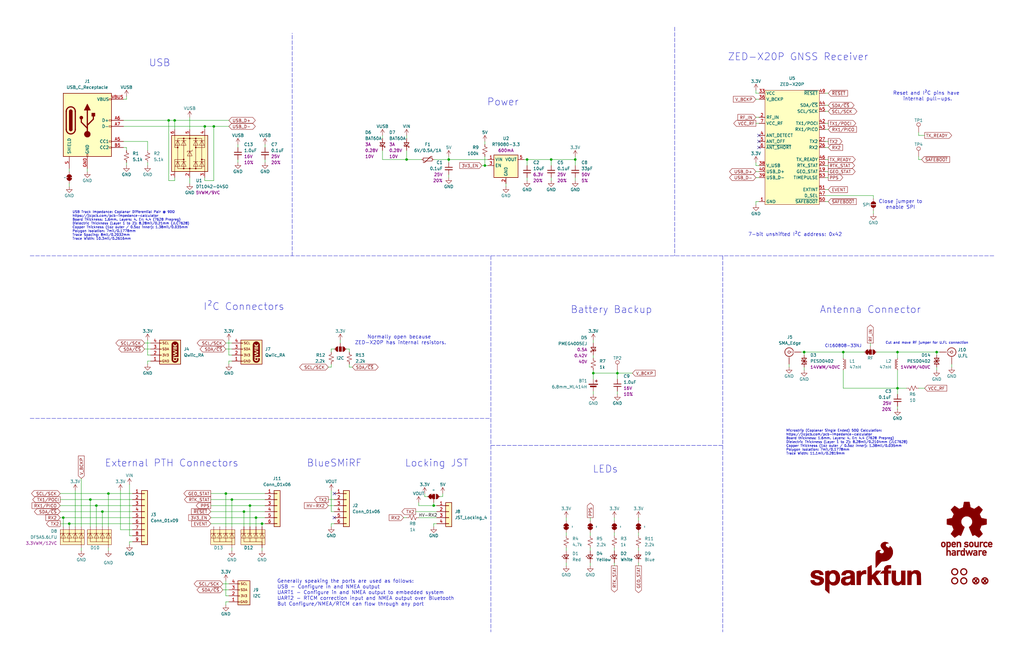
<source format=kicad_sch>
(kicad_sch (version 20250114) (generator "eeschema") (generator_version "9.0")
  (paper "USLedger")
  (title_block (title "ZED-X20P Allband GNSS Receiver Breakout") (date "2025-04-01") (rev "v10") (company "SparkFun Electronics") (comment 1 "Designed by: N. Seidle"))
  (lib_symbols
    (symbol "SparkFun-Aesthetic:Fiducial_0.5mm"
      (symbol "Fiducial_0.5mm_1_1"
        (text "x" (at 0 0.254 0) (effects (font (size 2.5 2.5) (bold yes))))
      )
    )
    (symbol "SparkFun-Aesthetic:OSHW_Logo" (pin_names (offset 1.016)) (in_bom no))
    (symbol "SparkFun-Aesthetic:SparkFun_Logo" (pin_names (offset 1.016)) (on_board no))
    (symbol "SparkFun-Battery:Battery_6.8mm_ML414H_IV01E" (pin_numbers (hide yes)) (pin_names (offset 0) (hide yes))
      (property "Reference" "BT" (at 2.54 2.54 0))
      (property "Value" "6.8mm_ML414H" (at 2.54 0 0))
      (symbol "Battery_6.8mm_ML414H_IV01E_1_1"
        (pin power_out line (at 0 3.81 270) (length 1.27) (name "+") (number "+"))
        (pin passive line (at 0 -1.27 90) (length 1.27) (name "-") (number "-"))
      )
    )
    (symbol "SparkFun-Capacitor:0.1uF_0603_25V_20%" (pin_numbers (hide yes)) (pin_names (offset 0.254))
      (property "Reference" "C" (at 0.635 2.54 0))
      (property "Value" "0.1uF" (at 0.635 -2.54 0))
      (property "Voltage" "25V" (at 0 -6.35 0))
      (property "Tolerance" "20%" (at 0 -8.89 0))
      (symbol "0.1uF_0603_25V_20%_1_1"
        (pin passive line (at 0 2.54 270) (length 2.032) (name "~") (number "1"))
        (pin passive line (at 0 -2.54 90) (length 2.032) (name "~") (number "2"))
      )
    )
    (symbol "SparkFun-Capacitor:1.0uF_0603_16V_10%" (pin_numbers (hide yes)) (pin_names (offset 0.254))
      (property "Reference" "C" (at 0.635 2.54 0))
      (property "Value" "1.0uF" (at 0.635 -2.54 0))
      (property "Voltage" "16V" (at 0 -6.35 0))
      (property "Tolerance" "10%" (at 0 -8.89 0))
      (symbol "1.0uF_0603_16V_10%_1_1"
        (pin passive line (at 0 2.54 270) (length 2.032) (name "~") (number "1"))
        (pin passive line (at 0 -2.54 90) (length 2.032) (name "~") (number "2"))
      )
    )
    (symbol "SparkFun-Capacitor:10uF_0603_6.3V_20%" (pin_numbers (hide yes)) (pin_names (offset 0.254))
      (property "Reference" "C" (at 0.635 2.54 0))
      (property "Value" "10uF" (at 0.635 -2.54 0))
      (property "Voltage" "6.3V" (at 0 -6.35 0))
      (property "Tolerance" "20%" (at 0 -8.89 0))
      (symbol "10uF_0603_6.3V_20%_1_1"
        (pin passive line (at 0 2.54 270) (length 2.032) (name "~") (number "1"))
        (pin passive line (at 0 -2.54 90) (length 2.032) (name "~") (number "2"))
      )
    )
    (symbol "SparkFun-Capacitor:33pF_0603_50V_5%" (pin_numbers (hide yes)) (pin_names (offset 0.254))
      (property "Reference" "C" (at 0.635 2.54 0))
      (property "Value" "33pF" (at 0.635 -2.54 0))
      (property "Voltage" "50V" (at 0 -6.35 0))
      (property "Tolerance" "5%" (at 0 -8.89 0))
      (symbol "33pF_0603_50V_5%_1_1"
        (pin passive line (at 0 2.54 270) (length 2.032) (name "~") (number "1"))
        (pin passive line (at 0 -2.54 90) (length 2.032) (name "~") (number "2"))
      )
    )
    (symbol "SparkFun-Coil:47nH_0603_0.3A" (pin_numbers (hide yes)) (pin_names (offset 1.016) (hide yes))
      (property "Reference" "L" (at 0 2.54 0))
      (property "Value" "47nH" (at 0 -1.27 0))
      (symbol "47nH_0603_0.3A_1_1"
        (pin passive line (at -2.54 0 0) (length 0.508) (name "~") (number "1"))
        (pin passive line (at 2.54 0 180) (length 0.508) (name "~") (number "2"))
      )
    )
    (symbol "SparkFun-Connector:Conn_01x04_JST_1.25mm_Locking" (pin_names (offset 1.016) (hide yes))
      (property "Reference" "J" (at 0 5.08 0))
      (property "Value" "JST_Locking_4" (at 0 -7.62 0))
      (symbol "Conn_01x04_JST_1.25mm_Locking_1_1"
        (pin passive line (at -5.08 2.54 0) (length 3.81) (name "Pin_1") (number "1"))
        (pin passive line (at -5.08 0 0) (length 3.81) (name "Pin_2") (number "2"))
        (pin passive line (at -5.08 -2.54 0) (length 3.81) (name "Pin_3") (number "3"))
        (pin passive line (at -5.08 -5.08 0) (length 3.81) (name "Pin_4") (number "4"))
        (pin no_connect line (at 3.81 -6.35 90) (length 5.08) (hide yes) (name "NC") (number "NC2"))
        (pin no_connect line (at 6.35 -6.35 90) (length 5.08) (hide yes) (name "NC") (number "NC1"))
      )
    )
    (symbol "SparkFun-Connector:Conn_01x06" (pin_names (offset 1.016) (hide yes))
      (property "Reference" "J" (at 0 7.62 0))
      (property "Value" "Conn_01x06" (at 0 -10.16 0))
      (symbol "Conn_01x06_1_1"
        (pin passive line (at -5.08 5.08 0) (length 3.81) (name "Pin_1") (number "1"))
        (pin passive line (at -5.08 2.54 0) (length 3.81) (name "Pin_2") (number "2"))
        (pin passive line (at -5.08 0 0) (length 3.81) (name "Pin_3") (number "3"))
        (pin passive line (at -5.08 -2.54 0) (length 3.81) (name "Pin_4") (number "4"))
        (pin passive line (at -5.08 -5.08 0) (length 3.81) (name "Pin_5") (number "5"))
        (pin passive line (at -5.08 -7.62 0) (length 3.81) (name "Pin_6") (number "6"))
      )
    )
    (symbol "SparkFun-Connector:Conn_01x09" (pin_names (offset 1.016) (hide yes))
      (property "Reference" "J" (at 0 12.7 0))
      (property "Value" "Conn_01x09" (at 0 -12.7 0))
      (symbol "Conn_01x09_1_1"
        (pin passive line (at -5.08 10.16 0) (length 3.81) (name "Pin_1") (number "1"))
        (pin passive line (at -5.08 7.62 0) (length 3.81) (name "Pin_2") (number "2"))
        (pin passive line (at -5.08 5.08 0) (length 3.81) (name "Pin_3") (number "3"))
        (pin passive line (at -5.08 2.54 0) (length 3.81) (name "Pin_4") (number "4"))
        (pin passive line (at -5.08 0 0) (length 3.81) (name "Pin_5") (number "5"))
        (pin passive line (at -5.08 -2.54 0) (length 3.81) (name "Pin_6") (number "6"))
        (pin passive line (at -5.08 -5.08 0) (length 3.81) (name "Pin_7") (number "7"))
        (pin passive line (at -5.08 -7.62 0) (length 3.81) (name "Pin_8") (number "8"))
        (pin passive line (at -5.08 -10.16 0) (length 3.81) (name "Pin_9") (number "9"))
      )
    )
    (symbol "SparkFun-Connector:I2C_01x04" (pin_names (offset 1.016) (hide yes))
      (property "Reference" "J" (at 0 5.08 0))
      (property "Value" "I2C" (at 0 -7.62 0))
      (symbol "I2C_01x04_1_1"
        (text "SCL" (at 1.27 2.54 0) (effects (font (size 1 1))))
        (text "SDA" (at 1.27 0 0) (effects (font (size 1 1))))
        (text "3V3" (at 1.27 -2.54 0) (effects (font (size 1 1))))
        (text "GND" (at 1.27 -5.08 0) (effects (font (size 1 1))))
        (pin passive line (at -5.08 2.54 0) (length 3.81) (name "Pin_4") (number "4"))
        (pin passive line (at -5.08 0 0) (length 3.81) (name "Pin_3") (number "3"))
        (pin passive line (at -5.08 -2.54 0) (length 3.81) (name "Pin_2") (number "2"))
        (pin passive line (at -5.08 -5.08 0) (length 3.81) (name "Pin_1") (number "1"))
      )
    )
    (symbol "SparkFun-Connector:Qwiic_Right_Angle" (pin_names (offset 1.016) (hide yes))
      (property "Reference" "J" (at 0 5.08 0))
      (property "Value" "Qwiic_RA" (at 0 -7.62 0))
      (symbol "Qwiic_Right_Angle_1_1"
        (text "SCL" (at 1.27 2.54 0) (effects (font (size 1 1))))
        (text "SDA" (at 1.27 0 0) (effects (font (size 1 1))))
        (text "3V3" (at 1.27 -2.54 0) (effects (font (size 1 1))))
        (text "GND" (at 1.27 -5.08 0) (effects (font (size 1 1))))
        (pin passive line (at -5.08 2.54 0) (length 3.81) (name "Pin_4") (number "4"))
        (pin passive line (at -5.08 0 0) (length 3.81) (name "Pin_3") (number "3"))
        (pin passive line (at -5.08 -2.54 0) (length 3.81) (name "Pin_2") (number "2"))
        (pin passive line (at -5.08 -5.08 0) (length 3.81) (name "Pin_1") (number "1"))
        (pin no_connect line (at 5.08 3.81 270) (length 2.54) (hide yes) (name "NC") (number "NC1"))
        (pin no_connect line (at 6.35 3.81 270) (length 2.54) (hide yes) (name "NC") (number "NC2"))
      )
    )
    (symbol "SparkFun-Connector:TestPoint_1.0mm" (pin_numbers (hide yes)) (pin_names (offset 0.762) (hide yes))
      (property "Reference" "TP" (at 0 5.08 0))
      (symbol "TestPoint_1.0mm_1_1"
        (pin passive line (at 0 0 90) (length 2.54) (name "1") (number "1"))
      )
    )
    (symbol "SparkFun-Connector:USB_C_Receptacle" (pin_names (offset 1.016))
      (property "Reference" "J" (at -10.16 12.7 0))
      (property "Value" "USB_C_Receptacle" (at 19.05 12.7 0))
      (symbol "USB_C_Receptacle_1_1"
        (pin passive line (at -7.62 -20.32 90) (length 5.08) (name "SHIELD") (number "S"))
        (pin no_connect line (at -5.08 -15.24 90) (length 5.08) (hide yes) (name "NC") (number "NC1"))
        (pin no_connect line (at -3.81 -15.24 90) (length 5.08) (hide yes) (name "NC") (number "NC2"))
        (pin no_connect line (at -2.54 -15.24 90) (length 5.08) (hide yes) (name "NC") (number "NC3"))
        (pin passive line (at 0 -20.32 90) (length 5.08) (name "GND") (number "GND"))
        (pin no_connect line (at 2.54 -15.24 90) (length 5.08) (hide yes) (name "NC") (number "A8"))
        (pin no_connect line (at 3.81 -15.24 90) (length 5.08) (hide yes) (name "NC") (number "B8"))
        (pin power_out line (at 15.24 8.89 180) (length 5.08) (name "VBUS") (number "VBUS"))
        (pin bidirectional line (at 15.24 0 180) (length 5.08) (name "D+") (number "A6"))
        (pin bidirectional line (at 15.24 0 180) (length 5.08) (hide yes) (name "D+") (number "B6"))
        (pin bidirectional line (at 15.24 -2.54 180) (length 5.08) (name "D-") (number "A7"))
        (pin bidirectional line (at 15.24 -2.54 180) (length 5.08) (hide yes) (name "D-") (number "B7"))
        (pin bidirectional line (at 15.24 -8.89 180) (length 5.08) (name "CC1") (number "A5"))
        (pin bidirectional line (at 15.24 -11.43 180) (length 5.08) (name "CC2") (number "B5"))
      )
    )
    (symbol "SparkFun-DiscreteSemi:D_Schottky_0.5A_40V_0.42V" (pin_numbers (hide yes)) (pin_names (offset 1.016) (hide yes))
      (property "Reference" "D" (at 0 2.54 0))
      (property "Value" "PMEG4005EJ" (at 0 -2.54 0))
      (property "IMax" "0.5A" (at 0 -5.08 0))
      (property "VDrop" "0.42V" (at 0 -10.16 0))
      (property "VMax" "40V" (at 0 -7.62 0))
      (symbol "D_Schottky_0.5A_40V_0.42V_1_1"
        (pin passive line (at -2.54 0 0) (length 1.778) (name "K") (number "1"))
        (pin passive line (at 2.54 0 180) (length 1.778) (name "A") (number "2"))
      )
    )
    (symbol "SparkFun-DiscreteSemi:D_Schottky_3A_10V_0.28V" (pin_numbers (hide yes)) (pin_names (offset 1.016) (hide yes))
      (property "Reference" "D" (at 0 2.54 0))
      (property "Value" "BAT60A" (at 0 -2.54 0))
      (property "IMax" "3A" (at 0 -5.08 0))
      (property "VDrop" "0.28V" (at 0 -10.16 0))
      (property "VMax" "10V" (at 0 -7.62 0))
      (symbol "D_Schottky_3A_10V_0.28V_1_1"
        (pin passive line (at -2.54 0 0) (length 1.778) (name "K") (number "1"))
        (pin passive line (at 2.54 0 180) (length 1.778) (name "A") (number "2"))
      )
    )
    (symbol "SparkFun-DiscreteSemi:D_TVS_0402_14V" (pin_numbers (hide yes)) (pin_names (offset 1.016) (hide yes))
      (property "Reference" "D" (at 0 2.54 0))
      (property "Value" "PESD0402" (at 0 -2.54 0))
      (property "Rating" "14VWM/40VC" (at 0 -5.08 0))
      (symbol "D_TVS_0402_14V_1_1"
        (pin passive line (at -2.54 0 0) (length 1.27) (name "A1") (number "1"))
        (pin passive line (at 2.54 0 180) (length 1.27) (name "A2") (number "2"))
      )
    )
    (symbol "SparkFun-DiscreteSemi:D_TVS_ESD_4_HS_3.3V" (pin_numbers (hide yes)) (pin_names (hide yes))
      (property "Reference" "D" (at -2.54 -5.08 0))
      (property "Value" "DF5A5.6LFU" (at -3.81 -7.62 0))
      (property "Rating" "3.3VWM/12VC" (at -3.81 -10.16 0))
      (symbol "D_TVS_ESD_4_HS_3.3V_1_1"
        (pin passive line (at -2.54 3.81 270) (length 2.54) (name "K1") (number "1"))
        (pin passive line (at 0 3.81 270) (length 2.54) (name "K2") (number "3"))
        (pin passive line (at 2.54 3.81 270) (length 2.54) (name "K3") (number "4"))
        (pin passive line (at 5.08 3.81 270) (length 2.54) (name "K4") (number "5"))
        (pin passive line (at 5.08 -5.08 90) (length 2.54) (name "A") (number "2"))
      )
    )
    (symbol "SparkFun-DiscreteSemi:D_TVS_ESD_USB_5V" (pin_names (hide yes))
      (property "Reference" "D" (at -8.636 -2.794 90))
      (property "Value" "DT1042-04SO" (at 9.398 -8.382 90))
      (property "Rating" "5VWM/9VC" (at 11.43 -1.27 90))
      (symbol "D_TVS_ESD_USB_5V_1_1"
        (pin passive line (at -6.35 8.89 270) (length 2.54) (name "I/O4") (number "6"))
        (pin passive line (at -6.35 -11.43 90) (length 2.54) (name "I/O1") (number "1"))
        (pin passive line (at 0 8.89 270) (length 2.54) (name "VCC") (number "5"))
        (pin passive line (at 0 -11.43 90) (length 2.54) (name "GND") (number "2"))
        (pin passive line (at 6.35 8.89 270) (length 2.54) (name "I/O3") (number "4"))
        (pin passive line (at 6.35 -11.43 90) (length 2.54) (name "I/O2") (number "3"))
      )
    )
    (symbol "SparkFun-Fuse:Fuse 6V/0.5A/1A" (pin_numbers (hide yes)) (pin_names (offset 0))
      (property "Reference" "F" (at 0 2.54 0))
      (property "Value" "6V/0.5A/1A" (at 0 -2.54 0))
      (symbol "Fuse 6V/0.5A/1A_1_1"
        (pin passive line (at -2.54 0 0) (length 0.635) (name "~") (number "1"))
        (pin passive line (at 2.54 0 180) (length 0.635) (name "~") (number "2"))
      )
    )
    (symbol "SparkFun-GPS:ZED-X20P"
      (property "Reference" "U" (at -10.16 25.4 0))
      (property "Value" "ZED-X20P" (at -6.35 -25.4 0))
      (symbol "ZED-X20P_1_0"
        (pin power_in line (at -13.97 -22.86 0) (length 2.54) (name "GND") (number "1"))
        (pin power_in line (at -13.97 -22.86 0) (length 2.54) (hide yes) (name "GND") (number "100"))
        (pin power_in line (at -13.97 -22.86 0) (length 2.54) (hide yes) (name "GND") (number "101"))
        (pin power_in line (at -13.97 -22.86 0) (length 2.54) (hide yes) (name "GND") (number "102"))
        (pin power_in line (at -13.97 -22.86 0) (length 2.54) (hide yes) (name "GND") (number "12"))
        (pin power_in line (at -13.97 -22.86 0) (length 2.54) (hide yes) (name "GND") (number "14"))
        (pin power_in line (at -13.97 -22.86 0) (length 2.54) (hide yes) (name "GND") (number "3"))
        (pin power_in line (at -13.97 -22.86 0) (length 2.54) (hide yes) (name "GND") (number "32"))
        (pin power_in line (at -13.97 -22.86 0) (length 2.54) (hide yes) (name "GND") (number "37"))
        (pin power_in line (at -13.97 -22.86 0) (length 2.54) (hide yes) (name "GND") (number "41"))
        (pin power_in line (at -13.97 -22.86 0) (length 2.54) (hide yes) (name "GND") (number "48"))
        (pin power_in line (at -13.97 -22.86 0) (length 2.54) (hide yes) (name "GND") (number "55"))
        (pin power_in line (at -13.97 -22.86 0) (length 2.54) (hide yes) (name "GND") (number "56"))
        (pin power_in line (at -13.97 -22.86 0) (length 2.54) (hide yes) (name "GND") (number "57"))
        (pin power_in line (at -13.97 -22.86 0) (length 2.54) (hide yes) (name "GND") (number "58"))
        (pin power_in line (at -13.97 -22.86 0) (length 2.54) (hide yes) (name "GND") (number "59"))
        (pin power_in line (at -13.97 -22.86 0) (length 2.54) (hide yes) (name "GND") (number "60"))
        (pin power_in line (at -13.97 -22.86 0) (length 2.54) (hide yes) (name "GND") (number "61"))
        (pin power_in line (at -13.97 -22.86 0) (length 2.54) (hide yes) (name "GND") (number "62"))
        (pin power_in line (at -13.97 -22.86 0) (length 2.54) (hide yes) (name "GND") (number "63"))
        (pin power_in line (at -13.97 -22.86 0) (length 2.54) (hide yes) (name "GND") (number "64"))
        (pin power_in line (at -13.97 -22.86 0) (length 2.54) (hide yes) (name "GND") (number "65"))
        (pin power_in line (at -13.97 -22.86 0) (length 2.54) (hide yes) (name "GND") (number "66"))
        (pin power_in line (at -13.97 -22.86 0) (length 2.54) (hide yes) (name "GND") (number "67"))
        (pin power_in line (at -13.97 -22.86 0) (length 2.54) (hide yes) (name "GND") (number "68"))
        (pin power_in line (at -13.97 -22.86 0) (length 2.54) (hide yes) (name "GND") (number "69"))
        (pin power_in line (at -13.97 -22.86 0) (length 2.54) (hide yes) (name "GND") (number "70"))
        (pin power_in line (at -13.97 -22.86 0) (length 2.54) (hide yes) (name "GND") (number "71"))
        (pin power_in line (at -13.97 -22.86 0) (length 2.54) (hide yes) (name "GND") (number "72"))
        (pin power_in line (at -13.97 -22.86 0) (length 2.54) (hide yes) (name "GND") (number "73"))
        (pin power_in line (at -13.97 -22.86 0) (length 2.54) (hide yes) (name "GND") (number "74"))
        (pin power_in line (at -13.97 -22.86 0) (length 2.54) (hide yes) (name "GND") (number "75"))
        (pin power_in line (at -13.97 -22.86 0) (length 2.54) (hide yes) (name "GND") (number "76"))
        (pin power_in line (at -13.97 -22.86 0) (length 2.54) (hide yes) (name "GND") (number "77"))
        (pin power_in line (at -13.97 -22.86 0) (length 2.54) (hide yes) (name "GND") (number "78"))
        (pin power_in line (at -13.97 -22.86 0) (length 2.54) (hide yes) (name "GND") (number "79"))
        (pin power_in line (at -13.97 -22.86 0) (length 2.54) (hide yes) (name "GND") (number "80"))
        (pin power_in line (at -13.97 -22.86 0) (length 2.54) (hide yes) (name "GND") (number "81"))
        (pin power_in line (at -13.97 -22.86 0) (length 2.54) (hide yes) (name "GND") (number "82"))
        (pin power_in line (at -13.97 -22.86 0) (length 2.54) (hide yes) (name "GND") (number "83"))
        (pin power_in line (at -13.97 -22.86 0) (length 2.54) (hide yes) (name "GND") (number "84"))
        (pin power_in line (at -13.97 -22.86 0) (length 2.54) (hide yes) (name "GND") (number "85"))
        (pin power_in line (at -13.97 -22.86 0) (length 2.54) (hide yes) (name "GND") (number "86"))
        (pin power_in line (at -13.97 -22.86 0) (length 2.54) (hide yes) (name "GND") (number "87"))
        (pin power_in line (at -13.97 -22.86 0) (length 2.54) (hide yes) (name "GND") (number "88"))
        (pin power_in line (at -13.97 -22.86 0) (length 2.54) (hide yes) (name "GND") (number "89"))
        (pin power_in line (at -13.97 -22.86 0) (length 2.54) (hide yes) (name "GND") (number "90"))
        (pin power_in line (at -13.97 -22.86 0) (length 2.54) (hide yes) (name "GND") (number "91"))
        (pin power_in line (at -13.97 -22.86 0) (length 2.54) (hide yes) (name "GND") (number "92"))
        (pin power_in line (at -13.97 -22.86 0) (length 2.54) (hide yes) (name "GND") (number "93"))
        (pin power_in line (at -13.97 -22.86 0) (length 2.54) (hide yes) (name "GND") (number "94"))
        (pin power_in line (at -13.97 -22.86 0) (length 2.54) (hide yes) (name "GND") (number "95"))
        (pin power_in line (at -13.97 -22.86 0) (length 2.54) (hide yes) (name "GND") (number "96"))
        (pin power_in line (at -13.97 -22.86 0) (length 2.54) (hide yes) (name "GND") (number "97"))
        (pin power_in line (at -13.97 -22.86 0) (length 2.54) (hide yes) (name "GND") (number "98"))
        (pin power_in line (at -13.97 -22.86 0) (length 2.54) (hide yes) (name "GND") (number "99"))
        (pin input line (at 13.97 -17.78 180) (length 2.54) (name "EXTINT") (number "51"))
        (pin input line (at 13.97 -20.32 180) (length 2.54) (name "D_SEL") (number "47"))
        (pin input line (at 13.97 -22.86 180) (length 2.54) (name "~{SAFEBOOT}") (number "50"))
        (pin no_connect line (at 33.02 24.13 0) (length 2.54) (hide yes) (name "NC") (number "8"))
        (pin no_connect line (at 33.02 21.59 0) (length 2.54) (hide yes) (name "NC") (number "9"))
        (pin no_connect line (at 33.02 19.05 0) (length 2.54) (hide yes) (name "NC") (number "10"))
        (pin no_connect line (at 33.02 16.51 0) (length 2.54) (hide yes) (name "NC") (number "11"))
        (pin no_connect line (at 33.02 13.97 0) (length 2.54) (hide yes) (name "NC") (number "13"))
        (pin no_connect line (at 33.02 11.43 0) (length 2.54) (hide yes) (name "NC") (number "15"))
        (pin no_connect line (at 33.02 8.89 0) (length 2.54) (hide yes) (name "NC") (number "16"))
        (pin no_connect line (at 33.02 6.35 0) (length 2.54) (hide yes) (name "NC") (number "17"))
        (pin no_connect line (at 33.02 3.81 0) (length 2.54) (hide yes) (name "NC") (number "18"))
        (pin no_connect line (at 33.02 1.27 0) (length 2.54) (hide yes) (name "NC") (number "21"))
        (pin no_connect line (at 33.02 -1.27 0) (length 2.54) (hide yes) (name "NC") (number "22"))
        (pin no_connect line (at 33.02 -3.81 0) (length 2.54) (hide yes) (name "NC") (number "23"))
        (pin no_connect line (at 33.02 -6.35 0) (length 2.54) (hide yes) (name "NC") (number "24"))
        (pin no_connect line (at 33.02 -8.89 0) (length 2.54) (hide yes) (name "NC") (number "25"))
        (pin no_connect line (at 33.02 -11.43 0) (length 2.54) (hide yes) (name "NC") (number "28"))
        (pin no_connect line (at 33.02 -13.97 0) (length 2.54) (hide yes) (name "NC") (number "29"))
        (pin no_connect line (at 33.02 -16.51 0) (length 2.54) (hide yes) (name "NC") (number "30"))
        (pin no_connect line (at 33.02 -19.05 0) (length 2.54) (hide yes) (name "NC") (number "31"))
        (pin no_connect line (at 33.02 -21.59 0) (length 2.54) (hide yes) (name "NC") (number "35"))
        (pin no_connect line (at 33.02 -24.13 0) (length 2.54) (hide yes) (name "NC") (number "52"))
        (pin no_connect line (at 33.02 -26.67 0) (length 2.54) (hide yes) (name "NC") (number "54"))
      )
      (symbol "ZED-X20P_1_1"
        (pin power_in line (at -13.97 22.86 0) (length 2.54) (name "VCC") (number "33"))
        (pin power_in line (at -13.97 22.86 0) (length 2.54) (hide yes) (name "VCC") (number "34"))
        (pin power_in line (at -13.97 20.32 0) (length 2.54) (name "V_BCKP") (number "36"))
        (pin input line (at -13.97 12.7 0) (length 2.54) (name "RF_IN") (number "2"))
        (pin power_out line (at -13.97 10.16 0) (length 2.54) (name "VCC_RF") (number "7"))
        (pin input line (at -13.97 5.08 0) (length 2.54) (name "ANT_DETECT") (number "4"))
        (pin output line (at -13.97 2.54 0) (length 2.54) (name "ANT_OFF") (number "5"))
        (pin output line (at -13.97 0 0) (length 2.54) (name "~{ANT_SHORT}") (number "6"))
        (pin power_in line (at -13.97 -7.62 0) (length 2.54) (name "V_USB") (number "38"))
        (pin bidirectional line (at -13.97 -10.16 0) (length 2.54) (name "USB_D+") (number "40"))
        (pin bidirectional line (at -13.97 -12.7 0) (length 2.54) (name "USB_D-") (number "39"))
        (pin input line (at 13.97 22.86 180) (length 2.54) (name "~{RESET}") (number "49"))
        (pin bidirectional line (at 13.97 17.78 180) (length 2.54) (name "SDA/~{CS}") (number "44"))
        (pin bidirectional line (at 13.97 15.24 180) (length 2.54) (name "SCL/SCK") (number "45"))
        (pin output line (at 13.97 10.16 180) (length 2.54) (name "TX1/POCI") (number "42"))
        (pin input line (at 13.97 7.62 180) (length 2.54) (name "RX1/PICO") (number "43"))
        (pin output line (at 13.97 2.54 180) (length 2.54) (name "TX2") (number "27"))
        (pin input line (at 13.97 0 180) (length 2.54) (name "RX2") (number "26"))
        (pin output line (at 13.97 -5.08 180) (length 2.54) (name "TX_READY") (number "46"))
        (pin output line (at 13.97 -7.62 180) (length 2.54) (name "RTK_STAT") (number "20"))
        (pin output line (at 13.97 -10.16 180) (length 2.54) (name "GEO_STAT") (number "19"))
        (pin output line (at 13.97 -12.7 180) (length 2.54) (name "TIMEPULSE") (number "53"))
      )
    )
    (symbol "SparkFun-Hardware:Standoff")
    (symbol "SparkFun-Jumper:SolderJumper_2_Bridged" (pin_numbers (hide yes)) (pin_names (offset 0) (hide yes))
      (property "Reference" "JP" (at 0 2.032 0))
      (property "Value" "~" (at 0 -2.54 0))
      (symbol "SolderJumper_2_Bridged_1_1"
        (pin passive line (at -2.54 0 0) (length 1.27) (name "A") (number "1"))
        (pin passive line (at 2.54 0 180) (length 1.27) (name "B") (number "2"))
      )
    )
    (symbol "SparkFun-Jumper:SolderJumper_2_Open" (pin_numbers (hide yes)) (pin_names (offset 0) (hide yes))
      (property "Reference" "JP" (at 0 2.032 0))
      (property "Value" "~" (at 0 -2.54 0))
      (symbol "SolderJumper_2_Open_1_1"
        (pin passive line (at -2.54 0 0) (length 1.27) (name "A") (number "1"))
        (pin passive line (at 2.54 0 180) (length 1.27) (name "B") (number "2"))
      )
    )
    (symbol "SparkFun-Jumper:SolderJumper_3_Bridged12" (pin_numbers (hide yes)) (pin_names (offset 0) (hide yes))
      (property "Reference" "JP" (at 0 2.54 0))
      (property "Value" "~" (at 3.81 1.27 0))
      (symbol "SolderJumper_3_Bridged12_1_1"
        (pin passive line (at -2.54 0 0) (length 1.27) (name "A") (number "1"))
        (pin passive line (at 0 -2.54 90) (length 1.27) (name "B") (number "2"))
        (pin passive line (at 2.54 0 180) (length 1.27) (name "C") (number "3"))
      )
    )
    (symbol "SparkFun-Jumper:SolderJumper_3_Open" (pin_numbers (hide yes)) (pin_names (offset 0) (hide yes))
      (property "Reference" "JP" (at 0 2.54 0))
      (property "Value" "~" (at 3.81 1.27 0))
      (symbol "SolderJumper_3_Open_1_1"
        (pin passive line (at -2.54 0 0) (length 1.27) (name "A") (number "1"))
        (pin passive line (at 0 -2.54 90) (length 1.27) (name "B") (number "2"))
        (pin passive line (at 2.54 0 180) (length 1.27) (name "C") (number "3"))
      )
    )
    (symbol "SparkFun-LED:LED_Blue_0603" (pin_numbers (hide yes)) (pin_names (offset 1.016) (hide yes))
      (property "Reference" "D" (at 0 2.54 0))
      (property "Value" "Blue" (at 0 -2.54 0))
      (symbol "LED_Blue_0603_1_1"
        (pin passive line (at -2.54 0 0) (length 1.778) (name "K") (number "1"))
        (pin passive line (at 2.54 0 180) (length 1.778) (name "A") (number "2"))
      )
    )
    (symbol "SparkFun-LED:LED_Red_0603" (pin_numbers (hide yes)) (pin_names (offset 1.016) (hide yes))
      (property "Reference" "D" (at 0 2.54 0))
      (property "Value" "Red" (at 0 -2.54 0))
      (symbol "LED_Red_0603_1_1"
        (pin passive line (at -2.54 0 0) (length 1.778) (name "K") (number "1"))
        (pin passive line (at 2.54 0 180) (length 1.778) (name "A") (number "2"))
      )
    )
    (symbol "SparkFun-LED:LED_White_0603" (pin_numbers (hide yes)) (pin_names (offset 1.016) (hide yes))
      (property "Reference" "D" (at 0 2.54 0))
      (property "Value" "White" (at 0 -2.54 0))
      (symbol "LED_White_0603_1_1"
        (pin passive line (at -2.54 0 0) (length 1.778) (name "K") (number "1"))
        (pin passive line (at 2.54 0 180) (length 1.778) (name "A") (number "2"))
      )
    )
    (symbol "SparkFun-LED:LED_Yellow_0603" (pin_numbers (hide yes)) (pin_names (offset 1.016) (hide yes))
      (property "Reference" "D" (at 0 2.54 0))
      (property "Value" "Yellow" (at 0 -2.54 0))
      (symbol "LED_Yellow_0603_1_1"
        (pin passive line (at -2.54 0 0) (length 1.778) (name "K") (number "1"))
        (pin passive line (at 2.54 0 180) (length 1.778) (name "A") (number "2"))
      )
    )
    (symbol "SparkFun-PowerSymbol:3.3V" (power) (pin_names (offset 0))
      (property "Value" "3.3V" (at 0 3.81 0))
      (symbol "3.3V_1_1"
        (pin power_in line (at 0 0 90) (length 0) (hide yes) (name "3.3V") (number "1"))
      )
    )
    (symbol "SparkFun-PowerSymbol:5V" (power) (pin_names (offset 0))
      (property "Value" "5V" (at 0 3.81 0))
      (symbol "5V_1_1"
        (pin power_in line (at 0 0 90) (length 0) (hide yes) (name "5V") (number "1"))
      )
    )
    (symbol "SparkFun-PowerSymbol:GND" (power) (pin_names (offset 0))
      (property "Value" "GND" (at 0 -3.81 0))
      (symbol "GND_1_1"
        (pin power_in line (at 0 0 270) (length 0) (hide yes) (name "GND") (number "1"))
      )
    )
    (symbol "SparkFun-PowerSymbol:VIN" (power) (pin_names (offset 0))
      (property "Value" "VIN" (at 0 3.81 0))
      (symbol "VIN_1_1"
        (pin power_in line (at 0 0 90) (length 0) (hide yes) (name "VIN") (number "1"))
      )
    )
    (symbol "SparkFun-PowerSymbol:VOUT" (power) (pin_names (offset 0))
      (property "Value" "VOUT" (at 0 3.81 0))
      (symbol "VOUT_1_1"
        (pin power_in line (at 0 0 90) (length 0) (hide yes) (name "VOUT") (number "1"))
      )
    )
    (symbol "SparkFun-PowerSymbol:VUSB" (power) (pin_names (offset 0))
      (property "Value" "VUSB" (at 0 3.81 0))
      (symbol "VUSB_1_1"
        (pin power_in line (at 0 0 90) (length 0) (hide yes) (name "VUSB") (number "1"))
      )
    )
    (symbol "SparkFun-RF:SMA_EdgeMount" (pin_numbers (hide yes)) (pin_names (offset 1.016) (hide yes))
      (property "Reference" "J" (at 0.254 3.048 0))
      (property "Value" "SMA_Edge" (at 3.81 0 90))
      (symbol "SMA_EdgeMount_1_1"
        (pin passive line (at -5.08 0 0) (length 2.54) (name "In") (number "1"))
        (pin passive line (at 0 -5.08 90) (length 2.54) (name "Ext") (number "2"))
      )
    )
    (symbol "SparkFun-RF:U.FL" (pin_numbers (hide yes)) (pin_names (offset 1.016) (hide yes))
      (property "Reference" "J" (at 0.254 3.048 0))
      (property "Value" "U.FL" (at 2.921 0 90))
      (symbol "U.FL_1_1"
        (pin passive line (at -5.08 0 0) (length 2.54) (name "In") (number "1"))
        (pin passive line (at 0 -5.08 90) (length 2.54) (name "Ext") (number "2"))
      )
    )
    (symbol "SparkFun-Regulator:RT9080-3.3"
      (property "Reference" "U3" (at 0 13.97 0))
      (property "Value" "RT9080-3.3" (at 0 11.43 0))
      (property "VMax" "5.5V" (at 0 8.89 0) (show_name))
      (property "IMax" "600mA" (at 0 6.35 0) (show_name))
      (symbol "RT9080-3.3_1_1"
        (pin power_in line (at -7.62 2.54 0) (length 2.54) (name "VIN") (number "1"))
        (pin input line (at -7.62 0 0) (length 2.54) (name "EN") (number "3"))
        (pin power_in line (at 0 -7.62 90) (length 2.54) (name "GND") (number "2"))
        (pin no_connect line (at 5.08 0 180) (length 2.54) (hide yes) (name "NC") (number "4"))
        (pin power_out line (at 7.62 2.54 180) (length 2.54) (name "VOUT") (number "5"))
      )
    )
    (symbol "SparkFun-Resistor:100k_0603" (pin_numbers (hide yes)) (pin_names (offset 0))
      (property "Reference" "R" (at 0 -2.54 0))
      (property "Value" "100k" (at 0 2.54 0))
      (symbol "100k_0603_1_1"
        (pin passive line (at -2.54 0 0) (length 1.016) (name "~") (number "1"))
        (pin passive line (at 2.54 0 180) (length 1.016) (name "~") (number "2"))
      )
    )
    (symbol "SparkFun-Resistor:10_0603" (pin_numbers (hide yes)) (pin_names (offset 0))
      (property "Reference" "R" (at 0 -2.54 0))
      (property "Value" "10" (at 0 2.54 0))
      (symbol "10_0603_1_1"
        (pin passive line (at -2.54 0 0) (length 1.016) (name "~") (number "1"))
        (pin passive line (at 2.54 0 180) (length 1.016) (name "~") (number "2"))
      )
    )
    (symbol "SparkFun-Resistor:1k_0603" (pin_numbers (hide yes)) (pin_names (offset 0))
      (property "Reference" "R" (at 0 -2.54 0))
      (property "Value" "1k" (at 0 2.54 0))
      (symbol "1k_0603_1_1"
        (pin passive line (at -2.54 0 0) (length 1.016) (name "~") (number "1"))
        (pin passive line (at 2.54 0 180) (length 1.016) (name "~") (number "2"))
      )
    )
    (symbol "SparkFun-Resistor:2.2k_0603" (pin_numbers (hide yes)) (pin_names (offset 0))
      (property "Reference" "R" (at 0 -2.54 0))
      (property "Value" "2.2k" (at 0 2.54 0))
      (symbol "2.2k_0603_1_1"
        (pin passive line (at -2.54 0 0) (length 1.016) (name "~") (number "1"))
        (pin passive line (at 2.54 0 180) (length 1.016) (name "~") (number "2"))
      )
    )
    (symbol "SparkFun-Resistor:4.7k_0603" (pin_numbers (hide yes)) (pin_names (offset 0))
      (property "Reference" "R" (at 0 -2.54 0))
      (property "Value" "4.7k" (at 0 2.54 0))
      (symbol "4.7k_0603_1_1"
        (pin passive line (at -2.54 0 0) (length 1.016) (name "~") (number "1"))
        (pin passive line (at 2.54 0 180) (length 1.016) (name "~") (number "2"))
      )
    )
    (symbol "SparkFun-Resistor:5.1k_0603" (pin_numbers (hide yes)) (pin_names (offset 0))
      (property "Reference" "R" (at 0 -2.54 0))
      (property "Value" "5.1k" (at 0 2.54 0))
      (symbol "5.1k_0603_1_1"
        (pin passive line (at -2.54 0 0) (length 1.016) (name "~") (number "1"))
        (pin passive line (at 2.54 0 180) (length 1.016) (name "~") (number "2"))
      )
    )
    (symbol "power:GND" (power) (pin_numbers (hide yes)) (pin_names (offset 0) (hide yes))
      (property "Value" "GND" (at 0 -3.81 0))
      (symbol "GND_1_1"
        (pin power_in line (at 0 0 270) (length 0) (name "~") (number "1"))
      )
    )
  )
  (text "7-bit unshifted I²C address: 0x42" (at 335.28 99.06 0) (effects (font (size 1.5 1.5))))
  (text "CI160808-33NJ" (at 355.6 146.05 0) (effects (font (size 1.27 1.27))))
  (text "I²C Connectors" (at 102.87 129.54 0) (effects (font (size 3 3))))
  (text "Microstrip (Coplanar Single Ended) 50Ω Calculation:\nhttps://jlcpcb.com/pcb-impedance-calculator\nBoard thickness: 1.6mm. Layers: 4. Er: 4.4 (7628 Prepreg)\nDielectric Thickness (Layer 1 to 2): 8.28mil/0.2104mm (JLC7628)\nCopper Thickness (1oz outer / 0.5oz inner): 1.38mil/0.035mm\nPolygon Isolation: 7mil/0.1778mm\nTrace Width: 11.1mil/0.2819mm" (at 331.47 186.69 0) (effects (font (size 1 1)) (justify left)))
  (text "Generally speaking the ports are used as follows:\nUSB - Configure in and NMEA output\nUART1 - Configure in and NMEA output to embedded system\nUART2 - RTCM correction input and NMEA output over Bluetooth\nBut Configure/NMEA/RTCM can flow through any port\n" (at 116.84 250.19 0) (effects (font (size 1.5 1.5)) (justify left)))
  (text "USB Track Impedance: Coplanar Differential Pair @ 90Ω\nhttps://jlcpcb.com/pcb-impedance-calculator\nBoard Thickness: 1.6mm. Layers: 4. Er: 4.4 (7628 Prepreg)\nDielectric Thickness (Layer 1 to 2): 8.28mil/0.21mm (JLC7628) \nCopper Thickness (1oz outer / 0.5oz inner): 1.38mil/0.035mm\nPolygon Isolation: 7mil/0.1778mm\nTrace Spacing: 8mil/0.2032mm\nTrace Width: 10.3mil/0.2616mm\n" (at 30.48 95.25 0) (effects (font (size 1 1)) (justify left)))
  (text "Cut and move RF jumper for U.FL connection" (at 373.38 144.78 0) (effects (font (size 1 1)) (justify left)))
  (text "BlueSMiRF" (at 140.97 195.58 0) (effects (font (size 3 3))))
  (text "Reset and I²C pins have \ninternal pull-ups." (at 391.16 40.64 0) (effects (font (size 1.5 1.5))))
  (text "Locking JST" (at 184.15 195.58 0) (effects (font (size 3 3))))
  (text "Power\n" (at 212.09 43.18 0) (effects (font (size 3 3))))
  (text "Antenna Connector" (at 367.03 130.81 0) (effects (font (size 3 3))))
  (text "LEDs\n" (at 255.27 198.12 0) (effects (font (size 3 3))))
  (text "ZED-X20P GNSS Receiver" (at 336.55 24.13 0) (effects (font (size 3 3))))
  (text "Close jumper to\nenable SPI" (at 379.73 86.36 0) (effects (font (size 1.5 1.5))))
  (text "USB" (at 67.31 26.67 0) (effects (font (size 3 3))))
  (text "Battery Backup" (at 257.81 130.81 0) (effects (font (size 3 3))))
  (text "External PTH Connectors" (at 72.39 195.58 0) (effects (font (size 3 3))))
  (text "Normally open because \nZED-X20P has internal resistors." (at 168.91 143.51 0) (effects (font (size 1.5 1.5))))
  (junction (at 378.46 163.83))
  (junction (at 204.47 69.85))
  (junction (at 90.17 53.34))
  (junction (at 71.12 50.8))
  (junction (at 73.66 50.8))
  (junction (at 102.87 215.9))
  (junction (at 260.35 157.48))
  (junction (at 38.1 210.82))
  (junction (at 232.41 67.31))
  (junction (at 189.23 67.31))
  (junction (at 40.64 213.36))
  (junction (at 86.36 53.34))
  (junction (at 182.88 213.36))
  (junction (at 45.72 208.28))
  (junction (at 110.49 220.98))
  (junction (at 105.41 213.36))
  (junction (at 107.95 218.44))
  (junction (at 355.6 148.59))
  (junction (at 339.09 148.59))
  (junction (at 222.25 67.31))
  (junction (at 242.57 67.31))
  (junction (at 43.18 215.9))
  (junction (at 394.97 148.59))
  (junction (at 171.45 67.31))
  (junction (at 29.21 220.98))
  (junction (at 97.79 210.82))
  (junction (at 26.67 218.44))
  (junction (at 250.19 157.48))
  (junction (at 378.46 148.59))
  (junction (at 95.25 208.28))
  (no_connect (at 140.97 208.28))
  (no_connect (at 140.97 218.44))
  (no_connect (at 320.04 57.15))
  (no_connect (at 320.04 59.69))
  (no_connect (at 320.04 62.23))
  (wire (pts (xy 147.32 153.67) (xy 147.32 154.94)))
  (wire (pts (xy 378.46 148.59) (xy 394.97 148.59)))
  (wire (pts (xy 259.08 226.06) (xy 259.08 224.79)))
  (wire (pts (xy 52.07 41.91) (xy 53.34 41.91)))
  (wire (pts (xy 34.29 201.93) (xy 34.29 222.25)))
  (wire (pts (xy 139.7 154.94) (xy 138.43 154.94)))
  (wire (pts (xy 71.12 76.2) (xy 71.12 50.8)))
  (wire (pts (xy 368.3 83.82) (xy 368.3 82.55)))
  (wire (pts (xy 138.43 213.36) (xy 140.97 213.36)))
  (wire (pts (xy 349.25 46.99) (xy 347.98 46.99)))
  (wire (pts (xy 25.4 213.36) (xy 40.64 213.36)))
  (wire (pts (xy 25.4 220.98) (xy 29.21 220.98)))
  (wire (pts (xy 250.19 149.86) (xy 250.19 151.13)))
  (wire (pts (xy 349.25 67.31) (xy 347.98 67.31)))
  (wire (pts (xy 97.79 152.4) (xy 96.52 152.4)))
  (wire (pts (xy 387.35 67.31) (xy 387.35 66.04)))
  (wire (pts (xy 62.23 152.4) (xy 62.23 153.67)))
  (wire (pts (xy 97.79 149.86) (xy 96.52 149.86)))
  (wire (pts (xy 25.4 210.82) (xy 38.1 210.82)))
  (wire (pts (xy 347.98 62.23) (xy 349.25 62.23)))
  (wire (pts (xy 86.36 53.34) (xy 86.36 54.61)))
  (wire (pts (xy 97.79 232.41) (xy 97.79 231.14)))
  (wire (pts (xy 347.98 69.85) (xy 349.25 69.85)))
  (wire (pts (xy 238.76 237.49) (xy 238.76 238.76)))
  (wire (pts (xy 347.98 74.93) (xy 349.25 74.93)))
  (wire (pts (xy 110.49 220.98) (xy 111.76 220.98)))
  (wire (pts (xy 242.57 74.93) (xy 242.57 76.2)))
  (wire (pts (xy 339.09 156.21) (xy 339.09 154.94)))
  (wire (pts (xy 269.24 224.79) (xy 269.24 226.06)))
  (wire (pts (xy 110.49 232.41) (xy 110.49 231.14)))
  (wire (pts (xy 232.41 67.31) (xy 242.57 67.31)))
  (wire (pts (xy 222.25 67.31) (xy 222.25 69.85)))
  (wire (pts (xy 318.77 74.93) (xy 320.04 74.93)))
  (wire (pts (xy 260.35 157.48) (xy 260.35 160.02)))
  (wire (pts (xy 387.35 55.88) (xy 387.35 57.15)))
  (wire (pts (xy 161.29 57.15) (xy 161.29 58.42)))
  (wire (pts (xy 347.98 72.39) (xy 349.25 72.39)))
  (wire (pts (xy 95.25 147.32) (xy 97.79 147.32)))
  (wire (pts (xy 220.98 67.31) (xy 222.25 67.31)))
  (wire (pts (xy 189.23 73.66) (xy 189.23 74.93)))
  (wire (pts (xy 387.35 163.83) (xy 389.89 163.83)))
  (wire (pts (xy 161.29 67.31) (xy 161.29 63.5)))
  (wire (pts (xy 176.53 213.36) (xy 176.53 212.09)))
  (wire (pts (xy 53.34 62.23) (xy 53.34 63.5)))
  (wire (pts (xy 90.17 53.34) (xy 96.52 53.34)))
  (wire (pts (xy 355.6 148.59) (xy 364.49 148.59)))
  (wire (pts (xy 184.15 213.36) (xy 182.88 213.36)))
  (wire (pts (xy 105.41 213.36) (xy 111.76 213.36)))
  (wire (pts (xy 171.45 57.15) (xy 171.45 58.42)))
  (wire (pts (xy 260.35 156.21) (xy 260.35 157.48)))
  (wire (pts (xy 368.3 90.17) (xy 368.3 88.9)))
  (wire (pts (xy 259.08 237.49) (xy 259.08 238.76)))
  (wire (pts (xy 52.07 50.8) (xy 71.12 50.8)))
  (wire (pts (xy 186.69 208.28) (xy 186.69 209.55)))
  (wire (pts (xy 185.42 209.55) (xy 186.69 209.55)))
  (wire (pts (xy 238.76 232.41) (xy 238.76 231.14)))
  (wire (pts (xy 60.96 144.78) (xy 63.5 144.78)))
  (wire (pts (xy 63.5 149.86) (xy 62.23 149.86)))
  (wire (pts (xy 52.07 62.23) (xy 53.34 62.23)))
  (wire (pts (xy 318.77 72.39) (xy 320.04 72.39)))
  (wire (pts (xy 96.52 143.51) (xy 96.52 149.86)))
  (wire (pts (xy 250.19 156.21) (xy 250.19 157.48)))
  (wire (pts (xy 139.7 207.01) (xy 139.7 215.9)))
  (wire (pts (xy 394.97 148.59) (xy 396.24 148.59)))
  (wire (pts (xy 382.27 163.83) (xy 378.46 163.83)))
  (wire (pts (xy 53.34 68.58) (xy 53.34 69.85)))
  (polyline (pts (xy 123.19 107.95) (xy 123.19 13.97)) (stroke (width 0) (type dash)))
  (wire (pts (xy 250.19 166.37) (xy 250.19 165.1)))
  (wire (pts (xy 176.53 218.44) (xy 184.15 218.44)))
  (wire (pts (xy 238.76 226.06) (xy 238.76 224.79)))
  (wire (pts (xy 318.77 52.07) (xy 320.04 52.07)))
  (polyline (pts (xy 12.7 107.95) (xy 207.01 107.95)) (stroke (width 0) (type dash)))
  (wire (pts (xy 269.24 231.14) (xy 269.24 232.41)))
  (wire (pts (xy 88.9 220.98) (xy 110.49 220.98)))
  (wire (pts (xy 349.25 44.45) (xy 347.98 44.45)))
  (wire (pts (xy 182.88 212.09) (xy 182.88 213.36)))
  (wire (pts (xy 203.2 69.85) (xy 204.47 69.85)))
  (wire (pts (xy 26.67 218.44) (xy 55.88 218.44)))
  (wire (pts (xy 62.23 68.58) (xy 62.23 69.85)))
  (wire (pts (xy 259.08 232.41) (xy 259.08 231.14)))
  (wire (pts (xy 260.35 157.48) (xy 266.7 157.48)))
  (wire (pts (xy 38.1 210.82) (xy 38.1 222.25)))
  (wire (pts (xy 232.41 74.93) (xy 232.41 76.2)))
  (wire (pts (xy 88.9 208.28) (xy 95.25 208.28)))
  (wire (pts (xy 25.4 218.44) (xy 26.67 218.44)))
  (wire (pts (xy 95.25 245.11) (xy 95.25 251.46)))
  (wire (pts (xy 80.01 49.53) (xy 80.01 54.61)))
  (wire (pts (xy 40.64 213.36) (xy 55.88 213.36)))
  (wire (pts (xy 26.67 218.44) (xy 26.67 222.25)))
  (wire (pts (xy 73.66 50.8) (xy 73.66 54.61)))
  (wire (pts (xy 189.23 66.04) (xy 189.23 67.31)))
  (wire (pts (xy 378.46 163.83) (xy 355.6 163.83)))
  (wire (pts (xy 175.26 215.9) (xy 184.15 215.9)))
  (wire (pts (xy 318.77 38.1) (xy 318.77 39.37)))
  (wire (pts (xy 95.25 254) (xy 95.25 255.27)))
  (wire (pts (xy 25.4 208.28) (xy 45.72 208.28)))
  (wire (pts (xy 55.88 228.6) (xy 54.61 228.6)))
  (wire (pts (xy 63.5 152.4) (xy 62.23 152.4)))
  (wire (pts (xy 347.98 82.55) (xy 368.3 82.55)))
  (wire (pts (xy 332.74 153.67) (xy 332.74 154.94)))
  (wire (pts (xy 105.41 213.36) (xy 105.41 222.25)))
  (wire (pts (xy 394.97 148.59) (xy 394.97 149.86)))
  (wire (pts (xy 96.52 152.4) (xy 96.52 153.67)))
  (wire (pts (xy 250.19 143.51) (xy 250.19 144.78)))
  (wire (pts (xy 45.72 208.28) (xy 55.88 208.28)))
  (wire (pts (xy 97.79 210.82) (xy 97.79 222.25)))
  (wire (pts (xy 29.21 220.98) (xy 55.88 220.98)))
  (wire (pts (xy 102.87 215.9) (xy 102.87 222.25)))
  (wire (pts (xy 62.23 59.69) (xy 62.23 63.5)))
  (wire (pts (xy 269.24 237.49) (xy 269.24 238.76)))
  (wire (pts (xy 222.25 67.31) (xy 232.41 67.31)))
  (wire (pts (xy 349.25 39.37) (xy 347.98 39.37)))
  (wire (pts (xy 388.62 67.31) (xy 387.35 67.31)))
  (wire (pts (xy 40.64 213.36) (xy 40.64 222.25)))
  (wire (pts (xy 242.57 66.04) (xy 242.57 67.31)))
  (wire (pts (xy 139.7 220.98) (xy 139.7 222.25)))
  (wire (pts (xy 204.47 69.85) (xy 205.74 69.85)))
  (wire (pts (xy 180.34 209.55) (xy 179.07 209.55)))
  (wire (pts (xy 318.77 41.91) (xy 320.04 41.91)))
  (wire (pts (xy 102.87 215.9) (xy 111.76 215.9)))
  (wire (pts (xy 95.25 144.78) (xy 97.79 144.78)))
  (wire (pts (xy 347.98 85.09) (xy 349.25 85.09)))
  (wire (pts (xy 355.6 156.21) (xy 355.6 163.83)))
  (wire (pts (xy 88.9 213.36) (xy 105.41 213.36)))
  (wire (pts (xy 52.07 59.69) (xy 62.23 59.69)))
  (wire (pts (xy 54.61 228.6) (xy 54.61 229.87)))
  (wire (pts (xy 52.07 53.34) (xy 86.36 53.34)))
  (wire (pts (xy 111.76 60.96) (xy 111.76 62.23)))
  (wire (pts (xy 86.36 53.34) (xy 90.17 53.34)))
  (wire (pts (xy 369.57 148.59) (xy 378.46 148.59)))
  (wire (pts (xy 55.88 226.06) (xy 54.61 226.06)))
  (wire (pts (xy 36.83 71.12) (xy 36.83 72.39)))
  (wire (pts (xy 143.51 143.51) (xy 143.51 144.78)))
  (wire (pts (xy 171.45 67.31) (xy 161.29 67.31)))
  (wire (pts (xy 95.25 208.28) (xy 111.76 208.28)))
  (wire (pts (xy 111.76 67.31) (xy 111.76 68.58)))
  (wire (pts (xy 238.76 218.44) (xy 238.76 219.71)))
  (wire (pts (xy 387.35 57.15) (xy 389.89 57.15)))
  (wire (pts (xy 147.32 147.32) (xy 147.32 148.59)))
  (wire (pts (xy 88.9 215.9) (xy 102.87 215.9)))
  (wire (pts (xy 29.21 72.39) (xy 29.21 71.12)))
  (wire (pts (xy 88.9 218.44) (xy 107.95 218.44)))
  (wire (pts (xy 170.18 218.44) (xy 171.45 218.44)))
  (wire (pts (xy 71.12 50.8) (xy 73.66 50.8)))
  (wire (pts (xy 248.92 237.49) (xy 248.92 238.76)))
  (wire (pts (xy 90.17 76.2) (xy 90.17 53.34)))
  (wire (pts (xy 367.03 144.78) (xy 367.03 146.05)))
  (wire (pts (xy 248.92 218.44) (xy 248.92 219.71)))
  (wire (pts (xy 232.41 67.31) (xy 232.41 69.85)))
  (wire (pts (xy 318.77 69.85) (xy 318.77 68.58)))
  (wire (pts (xy 100.33 62.23) (xy 100.33 60.96)))
  (wire (pts (xy 347.98 54.61) (xy 349.25 54.61)))
  (polyline (pts (xy 284.48 11.43) (xy 284.48 107.95)) (stroke (width 0) (type dash)))
  (wire (pts (xy 339.09 148.59) (xy 355.6 148.59)))
  (wire (pts (xy 45.72 208.28) (xy 45.72 222.25)))
  (wire (pts (xy 339.09 148.59) (xy 339.09 149.86)))
  (wire (pts (xy 138.43 210.82) (xy 140.97 210.82)))
  (wire (pts (xy 54.61 204.47) (xy 54.61 226.06)))
  (wire (pts (xy 45.72 232.41) (xy 45.72 231.14)))
  (wire (pts (xy 146.05 147.32) (xy 147.32 147.32)))
  (wire (pts (xy 318.77 49.53) (xy 320.04 49.53)))
  (wire (pts (xy 242.57 67.31) (xy 242.57 69.85)))
  (wire (pts (xy 347.98 80.01) (xy 349.25 80.01)))
  (wire (pts (xy 29.21 78.74) (xy 29.21 77.47)))
  (wire (pts (xy 110.49 220.98) (xy 110.49 222.25)))
  (wire (pts (xy 73.66 50.8) (xy 96.52 50.8)))
  (wire (pts (xy 204.47 59.69) (xy 204.47 60.96)))
  (wire (pts (xy 147.32 154.94) (xy 148.59 154.94)))
  (wire (pts (xy 378.46 156.21) (xy 378.46 163.83)))
  (wire (pts (xy 179.07 208.28) (xy 179.07 209.55)))
  (wire (pts (xy 100.33 67.31) (xy 100.33 68.58)))
  (wire (pts (xy 320.04 39.37) (xy 318.77 39.37)))
  (wire (pts (xy 80.01 74.93) (xy 80.01 77.47)))
  (wire (pts (xy 347.98 52.07) (xy 349.25 52.07)))
  (wire (pts (xy 107.95 218.44) (xy 111.76 218.44)))
  (wire (pts (xy 318.77 85.09) (xy 318.77 86.36)))
  (wire (pts (xy 43.18 215.9) (xy 43.18 222.25)))
  (wire (pts (xy 378.46 148.59) (xy 378.46 151.13)))
  (wire (pts (xy 213.36 78.74) (xy 213.36 77.47)))
  (wire (pts (xy 401.32 154.94) (xy 401.32 153.67)))
  (wire (pts (xy 43.18 215.9) (xy 55.88 215.9)))
  (wire (pts (xy 320.04 69.85) (xy 318.77 69.85)))
  (wire (pts (xy 88.9 210.82) (xy 97.79 210.82)))
  (wire (pts (xy 250.19 157.48) (xy 250.19 160.02)))
  (wire (pts (xy 139.7 147.32) (xy 140.97 147.32)))
  (wire (pts (xy 184.15 220.98) (xy 182.88 220.98)))
  (polyline (pts (xy 419.1 107.95) (xy 207.01 107.95)) (stroke (width 0) (type dash)))
  (wire (pts (xy 189.23 67.31) (xy 205.74 67.31)))
  (polyline (pts (xy 207.01 107.95) (xy 207.01 266.7)) (stroke (width 0) (type dash)))
  (wire (pts (xy 93.98 246.38) (xy 96.52 246.38)))
  (wire (pts (xy 248.92 226.06) (xy 248.92 224.79)))
  (wire (pts (xy 182.88 220.98) (xy 182.88 222.25)))
  (wire (pts (xy 259.08 218.44) (xy 259.08 219.71)))
  (wire (pts (xy 53.34 40.64) (xy 53.34 41.91)))
  (wire (pts (xy 139.7 153.67) (xy 139.7 154.94)))
  (wire (pts (xy 140.97 220.98) (xy 139.7 220.98)))
  (wire (pts (xy 140.97 215.9) (xy 139.7 215.9)))
  (wire (pts (xy 337.82 148.59) (xy 339.09 148.59)))
  (wire (pts (xy 189.23 67.31) (xy 189.23 68.58)))
  (wire (pts (xy 355.6 148.59) (xy 355.6 151.13)))
  (wire (pts (xy 73.66 74.93) (xy 73.66 76.2)))
  (wire (pts (xy 320.04 85.09) (xy 318.77 85.09)))
  (wire (pts (xy 86.36 74.93) (xy 86.36 76.2)))
  (wire (pts (xy 378.46 171.45) (xy 378.46 172.72)))
  (wire (pts (xy 96.52 251.46) (xy 95.25 251.46)))
  (wire (pts (xy 248.92 232.41) (xy 248.92 231.14)))
  (wire (pts (xy 378.46 163.83) (xy 378.46 166.37)))
  (wire (pts (xy 107.95 218.44) (xy 107.95 222.25)))
  (polyline (pts (xy 304.8 107.95) (xy 304.8 266.7)) (stroke (width 0) (type dash)))
  (polyline (pts (xy 207.01 187.96) (xy 304.8 187.96)) (stroke (width 0) (type dash)))
  (wire (pts (xy 50.8 207.01) (xy 50.8 223.52)))
  (wire (pts (xy 204.47 69.85) (xy 204.47 66.04)))
  (wire (pts (xy 171.45 63.5) (xy 171.45 67.31)))
  (wire (pts (xy 269.24 219.71) (xy 269.24 218.44)))
  (wire (pts (xy 260.35 165.1) (xy 260.35 166.37)))
  (wire (pts (xy 96.52 254) (xy 95.25 254)))
  (wire (pts (xy 73.66 76.2) (xy 71.12 76.2)))
  (wire (pts (xy 394.97 156.21) (xy 394.97 154.94)))
  (wire (pts (xy 93.98 248.92) (xy 96.52 248.92)))
  (wire (pts (xy 38.1 210.82) (xy 55.88 210.82)))
  (wire (pts (xy 86.36 76.2) (xy 90.17 76.2)))
  (wire (pts (xy 60.96 147.32) (xy 63.5 147.32)))
  (wire (pts (xy 250.19 157.48) (xy 260.35 157.48)))
  (polyline (pts (xy 12.7 176.53) (xy 207.01 176.53)) (stroke (width 0) (type dash)))
  (wire (pts (xy 171.45 67.31) (xy 177.8 67.31)))
  (wire (pts (xy 182.88 213.36) (xy 176.53 213.36)))
  (wire (pts (xy 347.98 59.69) (xy 349.25 59.69)))
  (wire (pts (xy 29.21 220.98) (xy 29.21 222.25)))
  (wire (pts (xy 139.7 148.59) (xy 139.7 147.32)))
  (wire (pts (xy 97.79 210.82) (xy 111.76 210.82)))
  (wire (pts (xy 31.75 207.01) (xy 31.75 222.25)))
  (wire (pts (xy 55.88 223.52) (xy 50.8 223.52)))
  (wire (pts (xy 95.25 208.28) (xy 95.25 222.25)))
  (wire (pts (xy 222.25 74.93) (xy 222.25 76.2)))
  (wire (pts (xy 182.88 67.31) (xy 189.23 67.31)))
  (wire (pts (xy 34.29 232.41) (xy 34.29 231.14)))
  (wire (pts (xy 25.4 215.9) (xy 43.18 215.9)))
  (wire (pts (xy 62.23 143.51) (xy 62.23 149.86)))
  (label "HV-RX2" (at 176.53 218.44 0))
  (global_label "SDA{slash}~{CS}" (shape bidirectional) (at 93.98 248.92 180) (property "Intersheetrefs" "${INTERSHEET_REFS}" (effects (hide yes))))
  (global_label "RX1{slash}PICO" (shape input) (at 25.4 213.36 180) (property "Intersheetrefs" "${INTERSHEET_REFS}" (effects (hide yes))))
  (global_label "~{SAFEBOOT}" (shape input) (at 388.62 67.31 0) (property "Intersheetrefs" "${INTERSHEET_REFS}" (effects (hide yes))))
  (global_label "HV-RX2" (shape input) (at 138.43 213.36 180) (property "Intersheetrefs" "${INTERSHEET_REFS}" (effects (hide yes))))
  (global_label "TX2" (shape output) (at 138.43 210.82 180) (property "Intersheetrefs" "${INTERSHEET_REFS}" (effects (hide yes))))
  (global_label "EVENT" (shape input) (at 349.25 80.01 0) (property "Intersheetrefs" "${INTERSHEET_REFS}" (effects (hide yes))))
  (global_label "SCL{slash}SCK" (shape bidirectional) (at 93.98 246.38 180) (property "Intersheetrefs" "${INTERSHEET_REFS}" (effects (hide yes))))
  (global_label "GEO_STAT" (shape output) (at 349.25 72.39 0) (property "Intersheetrefs" "${INTERSHEET_REFS}" (effects (hide yes))))
  (global_label "SDA{slash}~{CS}" (shape bidirectional) (at 60.96 147.32 180) (property "Intersheetrefs" "${INTERSHEET_REFS}" (effects (hide yes))))
  (global_label "USB_D-" (shape bidirectional) (at 96.52 53.34 0) (property "Intersheetrefs" "${INTERSHEET_REFS}" (effects (hide yes))))
  (global_label "SDA{slash}~{CS}" (shape bidirectional) (at 349.25 44.45 0) (property "Intersheetrefs" "${INTERSHEET_REFS}" (effects (hide yes))))
  (global_label "RF_IN" (shape input) (at 318.77 49.53 180) (property "Intersheetrefs" "${INTERSHEET_REFS}" (effects (hide yes))))
  (global_label "SCL{slash}SCK" (shape bidirectional) (at 60.96 144.78 180) (property "Intersheetrefs" "${INTERSHEET_REFS}" (effects (hide yes))))
  (global_label "~{RESET}" (shape input) (at 88.9 215.9 180) (property "Intersheetrefs" "${INTERSHEET_REFS}" (effects (hide yes))))
  (global_label "3V3_EN" (shape input) (at 203.2 69.85 180) (property "Intersheetrefs" "${INTERSHEET_REFS}" (effects (hide yes))))
  (global_label "TX_READY" (shape output) (at 349.25 67.31 0) (property "Intersheetrefs" "${INTERSHEET_REFS}" (effects (hide yes))))
  (global_label "SCL{slash}SCK" (shape bidirectional) (at 25.4 208.28 180) (property "Intersheetrefs" "${INTERSHEET_REFS}" (effects (hide yes))))
  (global_label "RX2" (shape input) (at 349.25 62.23 0) (property "Intersheetrefs" "${INTERSHEET_REFS}" (effects (hide yes))))
  (global_label "TX2" (shape output) (at 25.4 220.98 180) (property "Intersheetrefs" "${INTERSHEET_REFS}" (effects (hide yes))))
  (global_label "SDA{slash}~{CS}" (shape bidirectional) (at 95.25 147.32 180) (property "Intersheetrefs" "${INTERSHEET_REFS}" (effects (hide yes))))
  (global_label "RTK_STAT" (shape output) (at 259.08 238.76 270) (property "Intersheetrefs" "${INTERSHEET_REFS}" (effects (hide yes))))
  (global_label "GEO_STAT" (shape output) (at 88.9 208.28 180) (property "Intersheetrefs" "${INTERSHEET_REFS}" (effects (hide yes))))
  (global_label "RF_IN" (shape output) (at 367.03 144.78 90) (property "Intersheetrefs" "${INTERSHEET_REFS}" (effects (hide yes))))
  (global_label "V_BCKP" (shape input) (at 34.29 201.93 90) (property "Intersheetrefs" "${INTERSHEET_REFS}" (effects (hide yes))))
  (global_label "RX2" (shape input) (at 170.18 218.44 180) (property "Intersheetrefs" "${INTERSHEET_REFS}" (effects (hide yes))))
  (global_label "VCC_RF" (shape output) (at 318.77 52.07 180) (property "Intersheetrefs" "${INTERSHEET_REFS}" (effects (hide yes))))
  (global_label "SDA{slash}~{CS}" (shape bidirectional) (at 148.59 154.94 0) (property "Intersheetrefs" "${INTERSHEET_REFS}" (effects (hide yes))))
  (global_label "SCL{slash}SCK" (shape bidirectional) (at 349.25 46.99 0) (property "Intersheetrefs" "${INTERSHEET_REFS}" (effects (hide yes))))
  (global_label "USB_D+" (shape bidirectional) (at 96.52 50.8 0) (property "Intersheetrefs" "${INTERSHEET_REFS}" (effects (hide yes))))
  (global_label "RTK_STAT" (shape output) (at 349.25 69.85 0) (property "Intersheetrefs" "${INTERSHEET_REFS}" (effects (hide yes))))
  (global_label "~{SAFEBOOT}" (shape input) (at 349.25 85.09 0) (property "Intersheetrefs" "${INTERSHEET_REFS}" (effects (hide yes))))
  (global_label "RX2" (shape input) (at 25.4 218.44 180) (property "Intersheetrefs" "${INTERSHEET_REFS}" (effects (hide yes))))
  (global_label "PPS" (shape output) (at 88.9 213.36 180) (property "Intersheetrefs" "${INTERSHEET_REFS}" (effects (hide yes))))
  (global_label "TX2" (shape output) (at 349.25 59.69 0) (property "Intersheetrefs" "${INTERSHEET_REFS}" (effects (hide yes))))
  (global_label "USB_D+" (shape bidirectional) (at 318.77 72.39 180) (property "Intersheetrefs" "${INTERSHEET_REFS}" (effects (hide yes))))
  (global_label "~{RESET}" (shape input) (at 349.25 39.37 0) (property "Intersheetrefs" "${INTERSHEET_REFS}" (effects (hide yes))))
  (global_label "GEO_STAT" (shape output) (at 269.24 238.76 270) (property "Intersheetrefs" "${INTERSHEET_REFS}" (effects (hide yes))))
  (global_label "RTK_STAT" (shape output) (at 88.9 210.82 180) (property "Intersheetrefs" "${INTERSHEET_REFS}" (effects (hide yes))))
  (global_label "TX_READY" (shape output) (at 389.89 57.15 0) (property "Intersheetrefs" "${INTERSHEET_REFS}" (effects (hide yes))))
  (global_label "SCL{slash}SCK" (shape bidirectional) (at 138.43 154.94 180) (property "Intersheetrefs" "${INTERSHEET_REFS}" (effects (hide yes))))
  (global_label "USB_D-" (shape bidirectional) (at 318.77 74.93 180) (property "Intersheetrefs" "${INTERSHEET_REFS}" (effects (hide yes))))
  (global_label "PPS" (shape output) (at 349.25 74.93 0) (property "Intersheetrefs" "${INTERSHEET_REFS}" (effects (hide yes))))
  (global_label "V_BCKP" (shape input) (at 318.77 41.91 180) (property "Intersheetrefs" "${INTERSHEET_REFS}" (effects (hide yes))))
  (global_label "TX1{slash}POCI" (shape output) (at 25.4 210.82 180) (property "Intersheetrefs" "${INTERSHEET_REFS}" (effects (hide yes))))
  (global_label "VCC_RF" (shape input) (at 389.89 163.83 0) (property "Intersheetrefs" "${INTERSHEET_REFS}" (effects (hide yes))))
  (global_label "SCL{slash}SCK" (shape bidirectional) (at 95.25 144.78 180) (property "Intersheetrefs" "${INTERSHEET_REFS}" (effects (hide yes))))
  (global_label "SDA{slash}~{CS}" (shape bidirectional) (at 25.4 215.9 180) (property "Intersheetrefs" "${INTERSHEET_REFS}" (effects (hide yes))))
  (global_label "EVENT" (shape input) (at 88.9 220.98 180) (property "Intersheetrefs" "${INTERSHEET_REFS}" (effects (hide yes))))
  (global_label "TX1{slash}POCI" (shape output) (at 349.25 52.07 0) (property "Intersheetrefs" "${INTERSHEET_REFS}" (effects (hide yes))))
  (global_label "V_BCKP" (shape input) (at 266.7 157.48 0) (property "Intersheetrefs" "${INTERSHEET_REFS}" (effects (hide yes))))
  (global_label "RX1{slash}PICO" (shape input) (at 349.25 54.61 0) (property "Intersheetrefs" "${INTERSHEET_REFS}" (effects (hide yes))))
  (global_label "3V3_EN" (shape input) (at 88.9 218.44 180) (property "Intersheetrefs" "${INTERSHEET_REFS}" (effects (hide yes))))
  (global_label "PPS" (shape output) (at 248.92 218.44 90) (property "Intersheetrefs" "${INTERSHEET_REFS}" (effects (hide yes))))
  (global_label "TX2" (shape output) (at 175.26 215.9 180) (property "Intersheetrefs" "${INTERSHEET_REFS}" (effects (hide yes))))
  (symbol (lib_id "SparkFun-Hardware:Standoff") (at 402.59 245.11 0) (unit 1)
    (property "Reference" "ST4" (effects (hide yes)))
    (property "Value" "Standoff" (effects (hide yes)))
    (property "Footprint" "SparkFun-Hardware:Standoff" (effects (hide yes)))
    (property "Description" "Drill holes for mechanically mounting via screws, standoffs, etc." (effects (hide yes)))
  )
  (symbol (lib_id "SparkFun-RF:SMA_EdgeMount") (at 332.74 148.59 0) (mirror y) (unit 1)
    (property "Reference" "J5" (at 333.0574 142.24 0))
    (property "Value" "SMA_Edge" (at 333.0574 144.78 0))
    (property "Footprint" "SparkFun-Connector:SMA_Edge" (effects (hide yes)))
    (property "Datasheet" "https://www.sparkfun.com/datasheets/Wireless/Antenna/SMA-Connector.pdf" (effects (hide yes)))
    (property "Description" "SMA PCB Edge Mount connector" (effects (hide yes)))
    (property "PROD_ID" "CONN-08289" (effects (hide yes)))
  )
  (symbol (lib_id "SparkFun-PowerSymbol:3.3V") (at 259.08 218.44 0) (unit 1)
    (property "Reference" "#PWR025" (effects (hide yes)))
    (property "Value" "3.3V" (at 259.08 214.63 0))
    (property "Description" "Power symbol creates a global label with name \"3.3V\"" (effects (hide yes)))
  )
  (symbol (lib_id "SparkFun-Connector:Conn_01x04_JST_1.25mm_Locking") (at 189.23 215.9 0) (unit 1)
    (property "Reference" "J8" (at 191.77 215.8999 0) (effects (justify left)))
    (property "Value" "JST_Locking_4" (at 191.77 218.4399 0) (effects (justify left)))
    (property "Footprint" "SparkFun-Connector:JST_SMD_1.25mm-4_Locking" (effects (hide yes)))
    (property "Datasheet" "https://www.jst-mfg.com/product/pdf/eng/eGH.pdf" (effects (hide yes)))
    (property "Description" "Locking 4 pin JST SMD connector" (effects (hide yes)))
    (property "PROD_ID" "CONN-15303" (effects (hide yes)))
  )
  (symbol (lib_id "SparkFun-Jumper:SolderJumper_3_Open") (at 143.51 147.32 180) (unit 1)
    (property "Reference" "JP9" (effects (hide yes)))
    (property "Value" "I2C" (at 143.51 151.13 0))
    (property "Footprint" "SparkFun-Jumper:Jumper_3_NO" (effects (hide yes)))
    (property "Description" "Solder Jumper, 3-pole, open" (effects (hide yes)))
  )
  (symbol (lib_id "SparkFun-PowerSymbol:3.3V") (at 250.19 143.51 0) (unit 1)
    (property "Reference" "#PWR011" (effects (hide yes)))
    (property "Value" "3.3V" (at 250.19 139.7 0))
    (property "Description" "Power symbol creates a global label with name \"3.3V\"" (effects (hide yes)))
  )
  (symbol (lib_id "SparkFun-PowerSymbol:GND") (at 339.09 156.21 0) (unit 1)
    (property "Reference" "#PWR028" (effects (hide yes)))
    (property "Value" "GND" (at 339.09 160.02 0))
    (property "Description" "Power symbol creates a global label with name \"GND\" , ground" (effects (hide yes)))
  )
  (symbol (lib_id "SparkFun-DiscreteSemi:D_Schottky_3A_10V_0.28V") (at 161.29 60.96 270) (mirror x) (unit 1)
    (property "Reference" "D6" (at 153.924 55.88 90) (effects (justify left)))
    (property "Value" "BAT60A" (at 153.924 58.42 90) (effects (justify left)))
    (property "Footprint" "SparkFun-Semiconductor-Standard:SOD-323" (effects (hide yes)))
    (property "Datasheet" "https://www.infineon.com/dgdl/bat60aseries.pdf?folderId=db3a304313d846880113def5812204a1&fileId=db3a304313d846880113def70c9304a9" (effects (hide yes)))
    (property "Description" "Schottky diode" (effects (hide yes)))
    (property "PROD_ID" "DIO-14072" (effects (hide yes)))
    (property "IMax" "3A" (at 153.924 60.96 90) (effects (justify left)))
    (property "VDrop" "0.28V" (at 153.924 63.5 90) (effects (justify left)))
    (property "VMax" "10V" (at 153.924 66.04 90) (effects (justify left)))
  )
  (symbol (lib_id "SparkFun-Resistor:2.2k_0603") (at 139.7 151.13 90) (mirror x) (unit 1)
    (property "Reference" "R12" (at 137.16 149.8599 90) (effects (justify left)))
    (property "Value" "2.2k" (at 137.16 152.3999 90) (effects (justify left)))
    (property "Footprint" "SparkFun-Resistor:R_0603_1608Metric" (effects (hide yes)))
    (property "Datasheet" "https://www.vishay.com/docs/20035/dcrcwe3.pdf" (effects (hide yes)))
    (property "Description" "Resistor" (effects (hide yes)))
    (property "PROD_ID" "RES-08272" (effects (hide yes)))
  )
  (symbol (lib_id "SparkFun-Connector:Conn_01x09") (at 60.96 218.44 0) (unit 1)
    (property "Reference" "J3" (at 63.5 217.17 0) (effects (justify left)))
    (property "Value" "Conn_01x09" (at 63.5 219.71 0) (effects (justify left)))
    (property "Footprint" "SparkFun-Connector:1x09" (effects (hide yes)))
    (property "Description" "Basic 0.1\" PTH" (effects (hide yes)))
  )
  (symbol (lib_id "SparkFun-PowerSymbol:3.3V") (at 242.57 66.04 0) (unit 1)
    (property "Reference" "#PWR050" (effects (hide yes)))
    (property "Value" "3.3V" (at 242.57 62.23 0))
    (property "Description" "Power symbol creates a global label with name \"3.3V\"" (effects (hide yes)))
  )
  (symbol (lib_id "SparkFun-PowerSymbol:3.3V") (at 143.51 143.51 0) (unit 1)
    (property "Reference" "#PWR027" (effects (hide yes)))
    (property "Value" "3.3V" (at 143.51 139.7 0))
    (property "Description" "Power symbol creates a global label with name \"3.3V\"" (effects (hide yes)))
  )
  (symbol (lib_id "SparkFun-Capacitor:0.1uF_0603_25V_20%") (at 232.41 72.39 0) (unit 1)
    (property "Reference" "C5" (at 234.95 68.5862 0) (effects (justify left)))
    (property "Value" "0.1uF" (at 234.95 71.1262 0) (effects (justify left)))
    (property "Footprint" "SparkFun-Capacitor:C_0603_1608Metric" (effects (hide yes)))
    (property "Datasheet" "https://cdn.sparkfun.com/assets/8/a/4/a/5/Kemet_Capacitor_Datasheet.pdf" (effects (hide yes)))
    (property "Description" "Unpolarized capacitor" (effects (hide yes)))
    (property "PROD_ID" "CAP-00810" (effects (hide yes)))
    (property "Voltage" "25V" (at 234.95 73.6662 0) (effects (justify left)))
    (property "Tolerance" "20%" (at 234.95 76.2062 0) (effects (justify left)))
  )
  (symbol (lib_id "SparkFun-PowerSymbol:GND") (at 232.41 76.2 0) (unit 1)
    (property "Reference" "#PWR034" (effects (hide yes)))
    (property "Value" "GND" (at 232.41 80.01 0))
    (property "Description" "Power symbol creates a global label with name \"GND\" , ground" (effects (hide yes)))
  )
  (symbol (lib_id "SparkFun-Jumper:SolderJumper_2_Bridged") (at 259.08 222.25 90) (unit 1)
    (property "Reference" "JP5" (effects (hide yes)))
    (property "Value" "~" (at 261.62 222.25 0))
    (property "Footprint" "SparkFun-Jumper:Jumper_2_NC_Trace" (effects (hide yes)))
    (property "Description" "Solder Jumper, 2-pole, closed/bridged" (effects (hide yes)))
  )
  (symbol (lib_id "SparkFun-Capacitor:1.0uF_0603_16V_10%") (at 260.35 162.56 0) (unit 1)
    (property "Reference" "C9" (at 262.89 158.7562 0) (effects (justify left)))
    (property "Value" "1.0uF" (at 262.89 161.2962 0) (effects (justify left)))
    (property "Footprint" "SparkFun-Capacitor:C_0603_1608Metric" (effects (hide yes)))
    (property "Datasheet" "https://cdn.sparkfun.com/assets/8/a/4/a/5/Kemet_Capacitor_Datasheet.pdf" (effects (hide yes)))
    (property "Description" "Unpolarized capacitor" (effects (hide yes)))
    (property "PROD_ID" "CAP-13930" (effects (hide yes)))
    (property "Voltage" "16V" (at 262.89 163.8362 0) (effects (justify left)))
    (property "Tolerance" "10%" (at 262.89 166.3762 0) (effects (justify left)))
  )
  (symbol (lib_id "SparkFun-Connector:TestPoint_1.0mm") (at 260.35 156.21 0) (unit 1)
    (property "Reference" "TP2" (at 260.35 151.13 0))
    (property "Value" "1.0mm" (effects (hide yes)))
    (property "Footprint" "SparkFun-Connector:TestPoint-1.0mm" (effects (hide yes)))
    (property "Description" "Test Point" (effects (hide yes)))
  )
  (symbol (lib_id "SparkFun-Coil:47nH_0603_0.3A") (at 378.46 153.67 90) (mirror x) (unit 1)
    (property "Reference" "L2" (at 375.92 152.3999 90) (effects (justify left)))
    (property "Value" "47nH" (at 375.92 154.9399 90) (effects (justify left)))
    (property "Footprint" "SparkFun-Capacitor:C_0603_1608Metric" (effects (hide yes)))
    (property "Datasheet" "https://search.murata.co.jp/Ceramy/image/img/P02/JELF243B-0010.pdf" (effects (hide yes)))
    (property "Description" "Chip inductor" (effects (hide yes)))
    (property "PROD_ID" "NDUC-26402" (effects (hide yes)))
    (property "Resistance" "0.72" (effects (hide yes)))
  )
  (symbol (lib_id "SparkFun-PowerSymbol:GND") (at 182.88 222.25 0) (unit 1)
    (property "Reference" "#PWR038" (effects (hide yes)))
    (property "Value" "GND" (at 182.88 226.06 0))
    (property "Description" "Power symbol creates a global label with name \"GND\" , ground" (effects (hide yes)))
  )
  (symbol (lib_id "SparkFun-PowerSymbol:3.3V") (at 50.8 207.01 0) (unit 1)
    (property "Reference" "#PWR051" (effects (hide yes)))
    (property "Value" "3.3V" (at 50.8 203.2 0))
    (property "Description" "Power symbol creates a global label with name \"3.3V\"" (effects (hide yes)))
  )
  (symbol (lib_id "SparkFun-PowerSymbol:5V") (at 186.69 208.28 0) (unit 1)
    (property "Reference" "#PWR039" (effects (hide yes)))
    (property "Value" "5V" (at 186.69 204.47 0))
    (property "Description" "Power symbol creates a global label with name \"5V\"" (effects (hide yes)))
  )
  (symbol (lib_id "SparkFun-PowerSymbol:GND") (at 260.35 166.37 0) (unit 1)
    (property "Reference" "#PWR01" (effects (hide yes)))
    (property "Value" "GND" (at 260.35 170.18 0))
    (property "Description" "Power symbol creates a global label with name \"GND\" , ground" (effects (hide yes)))
  )
  (symbol (lib_id "SparkFun-Aesthetic:SparkFun_Logo") (at 364.49 243.84 0) (unit 1) (on_board no)
    (property "Reference" "G5" (effects (hide yes)))
    (property "Value" "SparkFun_Logo" (effects (hide yes)))
    (property "Footprint" "SparkFun-Aesthetic:SparkFun_Logo_8mm" (effects (hide yes)))
  )
  (symbol (lib_id "SparkFun-LED:LED_Blue_0603") (at 269.24 234.95 90) (unit 1)
    (property "Reference" "D9" (at 271.78 233.6164 90) (effects (justify right)))
    (property "Value" "Blue" (at 271.78 236.1564 90) (effects (justify right)))
    (property "Footprint" "SparkFun-LED:LED_0603_1608Metric_Blue" (effects (hide yes)))
    (property "Datasheet" "https://media.digikey.com/pdf/Data%20Sheets/Rohm%20PDFs/SMLE12_Series_Rev2.0_2007.pdf" (effects (hide yes)))
    (property "Description" "Light emitting diode" (effects (hide yes)))
    (property "PROD_ID" "DIO-08575" (effects (hide yes)))
  )
  (symbol (lib_id "SparkFun-DiscreteSemi:D_TVS_0402_14V") (at 394.97 152.4 270) (mirror x) (unit 1)
    (property "Reference" "D14" (at 392.43 149.8599 90) (effects (justify right)))
    (property "Value" "PESD0402" (at 392.43 152.3999 90) (effects (justify right)))
    (property "Footprint" "SparkFun-Capacitor:C_0402_1005Metric" (effects (hide yes)))
    (property "Datasheet" "https://www.littelfuse.com/~/media/electronics/product_specifications/polymer_esd_suppressors/littelfuse_polymer_esd_suppressor_pesd0402_140_product_specification.pdf.pdf" (effects (hide yes)))
    (property "Description" "Bidirectional transient-voltage-suppression diode" (effects (hide yes)))
    (property "PROD_ID" "DIO-15359" (effects (hide yes)))
    (property "Rating" "14VWM/40VC" (at 392.43 154.9399 90) (effects (justify right)))
  )
  (symbol (lib_id "SparkFun-PowerSymbol:GND") (at 29.21 78.74 0) (unit 1)
    (property "Reference" "#PWR048" (effects (hide yes)))
    (property "Value" "GND" (at 29.21 82.55 0))
    (property "Description" "Power symbol creates a global label with name \"GND\" , ground" (effects (hide yes)))
  )
  (symbol (lib_id "SparkFun-Resistor:2.2k_0603") (at 147.32 151.13 270) (unit 1)
    (property "Reference" "R13" (at 149.86 149.8599 90) (effects (justify left)))
    (property "Value" "2.2k" (at 149.86 152.3999 90) (effects (justify left)))
    (property "Footprint" "SparkFun-Resistor:R_0603_1608Metric" (effects (hide yes)))
    (property "Datasheet" "https://www.vishay.com/docs/20035/dcrcwe3.pdf" (effects (hide yes)))
    (property "Description" "Resistor" (effects (hide yes)))
    (property "PROD_ID" "RES-08272" (effects (hide yes)))
  )
  (symbol (lib_id "SparkFun-PowerSymbol:VUSB") (at 53.34 40.64 0) (unit 1)
    (property "Reference" "#PWR044" (effects (hide yes)))
    (property "Value" "VUSB" (at 53.34 36.83 0))
    (property "Description" "Power symbol creates a global label with name \"VUSB\"" (effects (hide yes)))
  )
  (symbol (lib_id "SparkFun-PowerSymbol:GND") (at 54.61 229.87 0) (unit 1)
    (property "Reference" "#PWR056" (effects (hide yes)))
    (property "Value" "GND" (at 54.61 233.68 0))
    (property "Description" "Power symbol creates a global label with name \"GND\" , ground" (effects (hide yes)))
  )
  (symbol (lib_id "SparkFun-PowerSymbol:VOUT") (at 176.53 212.09 0) (unit 1)
    (property "Reference" "#PWR010" (effects (hide yes)))
    (property "Value" "VOUT" (at 176.53 208.28 0))
    (property "Description" "Power symbol creates a global label with name \"VOUT\"" (effects (hide yes)))
  )
  (symbol (lib_id "SparkFun-PowerSymbol:GND") (at 242.57 76.2 0) (unit 1)
    (property "Reference" "#PWR035" (effects (hide yes)))
    (property "Value" "GND" (at 242.57 80.01 0))
    (property "Description" "Power symbol creates a global label with name \"GND\" , ground" (effects (hide yes)))
  )
  (symbol (lib_id "SparkFun-PowerSymbol:GND") (at 222.25 76.2 0) (unit 1)
    (property "Reference" "#PWR04" (effects (hide yes)))
    (property "Value" "GND" (at 222.25 80.01 0))
    (property "Description" "Power symbol creates a global label with name \"GND\" , ground" (effects (hide yes)))
  )
  (symbol (lib_id "SparkFun-Resistor:1k_0603") (at 259.08 228.6 90) (unit 1)
    (property "Reference" "R3" (at 261.62 227.3299 90) (effects (justify right)))
    (property "Value" "1k" (at 261.62 229.8699 90) (effects (justify right)))
    (property "Footprint" "SparkFun-Resistor:R_0603_1608Metric" (effects (hide yes)))
    (property "Datasheet" "https://www.vishay.com/docs/20035/dcrcwe3.pdf" (effects (hide yes)))
    (property "Description" "Resistor" (effects (hide yes)))
    (property "PROD_ID" "RES-07856" (effects (hide yes)))
  )
  (symbol (lib_id "SparkFun-PowerSymbol:GND") (at 189.23 74.93 0) (unit 1)
    (property "Reference" "#PWR03" (effects (hide yes)))
    (property "Value" "GND" (at 189.23 78.74 0))
    (property "Description" "Power symbol creates a global label with name \"GND\" , ground" (effects (hide yes)))
  )
  (symbol (lib_id "SparkFun-Aesthetic:Fiducial_0.5mm") (at 415.29 245.11 0) (unit 1)
    (property "Reference" "FID4" (effects (hide yes)))
    (property "Value" "Fiducial_0.5mm" (effects (hide yes)))
    (property "Footprint" "SparkFun-Aesthetic:Fiducial_0.5mm_Mask1mm" (effects (hide yes)))
    (property "Description" "Fiducial Marker" (effects (hide yes)))
  )
  (symbol (lib_id "SparkFun-Regulator:RT9080-3.3") (at 213.36 69.85 0) (unit 1)
    (property "Reference" "U2" (at 213.36 58.42 0))
    (property "Value" "RT9080-3.3" (at 213.36 60.96 0))
    (property "Footprint" "SparkFun-Semiconductor-Standard:SOT23-5" (effects (hide yes)))
    (property "Datasheet" "https://www.richtek.com/SaveDownload.aspx?specid=RT9080" (effects (hide yes)))
    (property "Description" "600mA low dropout linear regulator, with enable pin, 3.8V-6V input voltage range, 3.3V fixed positive output, SOT-23-5" (effects (hide yes)))
    (property "PROD_ID" "VREG-19034" (effects (hide yes)))
    (property "VMax" "5.5V" (effects (hide yes)))
    (property "Imax" "600mA" (effects (hide yes)))
    (property "Iq" "4µA" (effects (hide yes)))
    (property "IMax" "600mA" (at 213.36 63.5 0))
  )
  (symbol (lib_id "SparkFun-DiscreteSemi:D_Schottky_3A_10V_0.28V") (at 171.45 60.96 270) (mirror x) (unit 1)
    (property "Reference" "D7" (at 164.084 55.88 90) (effects (justify left)))
    (property "Value" "BAT60A" (at 164.084 58.42 90) (effects (justify left)))
    (property "Footprint" "SparkFun-Semiconductor-Standard:SOD-323" (effects (hide yes)))
    (property "Datasheet" "https://www.infineon.com/dgdl/bat60aseries.pdf?folderId=db3a304313d846880113def5812204a1&fileId=db3a304313d846880113def70c9304a9" (effects (hide yes)))
    (property "Description" "Schottky diode" (effects (hide yes)))
    (property "PROD_ID" "DIO-14072" (effects (hide yes)))
    (property "IMax" "3A" (at 164.084 60.96 90) (effects (justify left)))
    (property "VDrop" "0.28V" (at 164.084 63.5 90) (effects (justify left)))
    (property "VMax" "10V" (at 164.084 66.04 90) (effects (justify left)))
  )
  (symbol (lib_id "SparkFun-PowerSymbol:VUSB") (at 161.29 57.15 0) (unit 1)
    (property "Reference" "#PWR09" (effects (hide yes)))
    (property "Value" "VUSB" (at 161.29 53.34 0))
    (property "Description" "Power symbol creates a global label with name \"VUSB\"" (effects (hide yes)))
  )
  (symbol (lib_id "SparkFun-DiscreteSemi:D_TVS_ESD_4_HS_3.3V") (at 40.64 226.06 0) (unit 1)
    (property "Reference" "D10" (at 38.1 231.14 0) (effects (justify left)))
    (property "Value" "DF5A5.6LFU" (effects (hide yes)))
    (property "Footprint" "SparkFun-Semiconductor-Standard:SOT-353" (effects (hide yes)))
    (property "Datasheet" "https://toshiba.semicon-storage.com/info/DF5A5.6LFU_datasheet_en_20140301.pdf?did=22260&prodName=DF5A5.6LFU" (effects (hide yes)))
    (property "Description" "Low capacitance microSD unidirectional quadruple ESD protection diode array, 3.3V, Common Anode, SOT-353" (effects (hide yes)))
    (property "PROD_ID" "DIO-20454" (effects (hide yes)))
    (property "Rating" "3.3VWM/12VC" (effects (hide yes)))
  )
  (symbol (lib_id "SparkFun-Capacitor:0.1uF_0603_25V_20%") (at 111.76 64.77 0) (unit 1)
    (property "Reference" "C7" (at 114.3 60.9662 0) (effects (justify left)))
    (property "Value" "0.1uF" (at 114.3 63.5062 0) (effects (justify left)))
    (property "Footprint" "SparkFun-Capacitor:C_0603_1608Metric" (effects (hide yes)))
    (property "Datasheet" "https://cdn.sparkfun.com/assets/8/a/4/a/5/Kemet_Capacitor_Datasheet.pdf" (effects (hide yes)))
    (property "Description" "Unpolarized capacitor" (effects (hide yes)))
    (property "PROD_ID" "CAP-00810" (effects (hide yes)))
    (property "Voltage" "25V" (at 114.3 66.0462 0) (effects (justify left)))
    (property "Tolerance" "20%" (at 114.3 68.5862 0) (effects (justify left)))
  )
  (symbol (lib_id "SparkFun-Resistor:2.2k_0603") (at 269.24 228.6 90) (unit 1)
    (property "Reference" "R11" (at 271.78 227.3299 90) (effects (justify right)))
    (property "Value" "2.2k" (at 271.78 229.8699 90) (effects (justify right)))
    (property "Footprint" "SparkFun-Resistor:R_0603_1608Metric" (effects (hide yes)))
    (property "Datasheet" "https://www.vishay.com/docs/20035/dcrcwe3.pdf" (effects (hide yes)))
    (property "Description" "Resistor" (effects (hide yes)))
    (property "PROD_ID" "RES-08272" (effects (hide yes)))
  )
  (symbol (lib_id "SparkFun-PowerSymbol:3.3V") (at 269.24 218.44 0) (unit 1)
    (property "Reference" "#PWR049" (effects (hide yes)))
    (property "Value" "3.3V" (at 269.24 214.63 0))
    (property "Description" "Power symbol creates a global label with name \"3.3V\"" (effects (hide yes)))
  )
  (symbol (lib_id "SparkFun-PowerSymbol:3.3V") (at 179.07 208.28 0) (unit 1)
    (property "Reference" "#PWR037" (effects (hide yes)))
    (property "Value" "3.3V" (at 179.07 204.47 0))
    (property "Description" "Power symbol creates a global label with name \"3.3V\"" (effects (hide yes)))
  )
  (symbol (lib_id "SparkFun-Resistor:10_0603") (at 384.81 163.83 0) (mirror y) (unit 1)
    (property "Reference" "R6" (at 384.81 166.37 0))
    (property "Value" "10" (at 384.81 168.91 0))
    (property "Footprint" "SparkFun-Resistor:R_0603_1608Metric" (effects (hide yes)))
    (property "Datasheet" "https://www.vishay.com/docs/20035/dcrcwe3.pdf" (effects (hide yes)))
    (property "Description" "Resistor" (effects (hide yes)))
    (property "PROD_ID" "RES-12581" (effects (hide yes)))
  )
  (symbol (lib_id "SparkFun-Resistor:5.1k_0603") (at 53.34 66.04 90) (unit 1)
    (property "Reference" "R1" (at 55.88 64.7699 90) (effects (justify right)))
    (property "Value" "5.1k" (at 55.88 67.3099 90) (effects (justify right)))
    (property "Footprint" "SparkFun-Resistor:R_0603_1608Metric" (effects (hide yes)))
    (property "Datasheet" "https://www.vishay.com/docs/20035/dcrcwe3.pdf" (effects (hide yes)))
    (property "Description" "Resistor" (effects (hide yes)))
    (property "PROD_ID" "RES-12083" (effects (hide yes)))
  )
  (symbol (lib_id "SparkFun-PowerSymbol:GND") (at 36.83 72.39 0) (unit 1)
    (property "Reference" "#PWR013" (effects (hide yes)))
    (property "Value" "GND" (at 36.83 76.2 0))
    (property "Description" "Power symbol creates a global label with name \"GND\" , ground" (effects (hide yes)))
  )
  (symbol (lib_id "SparkFun-PowerSymbol:VUSB") (at 111.76 60.96 0) (unit 1)
    (property "Reference" "#PWR042" (effects (hide yes)))
    (property "Value" "VUSB" (at 111.76 57.15 0))
    (property "Description" "Power symbol creates a global label with name \"VUSB\"" (effects (hide yes)))
  )
  (symbol (lib_id "SparkFun-PowerSymbol:GND") (at 53.34 69.85 0) (unit 1)
    (property "Reference" "#PWR015" (effects (hide yes)))
    (property "Value" "GND" (at 53.34 73.66 0))
    (property "Description" "Power symbol creates a global label with name \"GND\" , ground" (effects (hide yes)))
  )
  (symbol (lib_id "SparkFun-Hardware:Standoff") (at 406.4 245.11 0) (unit 1)
    (property "Reference" "ST2" (effects (hide yes)))
    (property "Value" "Standoff" (effects (hide yes)))
    (property "Footprint" "SparkFun-Hardware:Standoff" (effects (hide yes)))
    (property "Description" "Drill holes for mechanically mounting via screws, standoffs, etc." (effects (hide yes)))
  )
  (symbol (lib_id "SparkFun-LED:LED_Red_0603") (at 238.76 234.95 90) (unit 1)
    (property "Reference" "D1" (at 241.3 233.6164 90) (effects (justify right)))
    (property "Value" "Red" (at 241.3 236.1564 90) (effects (justify right)))
    (property "Footprint" "SparkFun-LED:LED_0603_1608Metric_Red" (effects (hide yes)))
    (property "Datasheet" "https://docs.broadcom.com/docs/AV02-0551EN" (effects (hide yes)))
    (property "Description" "Light emitting diode" (effects (hide yes)))
    (property "PROD_ID" "DIO-17976" (effects (hide yes)))
  )
  (symbol (lib_id "SparkFun-Jumper:SolderJumper_3_Bridged12") (at 182.88 209.55 0) (unit 1)
    (property "Reference" "JP4" (effects (hide yes)))
    (property "Value" "~" (at 182.88 206.756 0))
    (property "Footprint" "SparkFun-Jumper:Jumper_3_NC-1_Trace" (effects (hide yes)))
    (property "Description" "3-pole Solder Jumper, pins 1+2 closed/bridged" (effects (hide yes)))
  )
  (symbol (lib_id "SparkFun-Connector:Qwiic_Right_Angle") (at 68.58 147.32 0) (unit 1)
    (property "Reference" "J4" (at 77.47 147.3199 0) (effects (justify left)))
    (property "Value" "Qwiic_RA" (at 77.47 149.8599 0) (effects (justify left)))
    (property "Footprint" "SparkFun-Connector:JST_SMD_1.0mm-4_Black" (effects (hide yes)))
    (property "Datasheet" "https://www.jst-mfg.com/product/pdf/eng/eSH.pdf" (effects (hide yes)))
    (property "Description" "4 pin JST 1mm polarized connector for I2C" (effects (hide yes)))
    (property "PROD_ID" "CONN-13694" (effects (hide yes)))
  )
  (symbol (lib_id "SparkFun-PowerSymbol:GND") (at 250.19 166.37 0) (unit 1)
    (property "Reference" "#PWR024" (effects (hide yes)))
    (property "Value" "GND" (at 250.19 170.18 0))
    (property "Description" "Power symbol creates a global label with name \"GND\" , ground" (effects (hide yes)))
  )
  (symbol (lib_id "SparkFun-Battery:Battery_6.8mm_ML414H_IV01E") (at 250.19 163.83 0) (unit 1)
    (property "Reference" "BT1" (at 247.65 160.7184 0) (effects (justify right)))
    (property "Value" "6.8mm_ML414H" (at 247.65 163.2584 0) (effects (justify right)))
    (property "Footprint" "SparkFun-Battery:ML414H_IV01E" (effects (hide yes)))
    (property "Description" "Reflowable coin cell battery" (effects (hide yes)))
    (property "PROD_ID" "BATT-14267" (effects (hide yes)))
  )
  (symbol (lib_id "SparkFun-Jumper:SolderJumper_2_Bridged") (at 238.76 222.25 90) (unit 1)
    (property "Reference" "JP2" (effects (hide yes)))
    (property "Value" "~" (at 241.3 222.25 0))
    (property "Footprint" "SparkFun-Jumper:Jumper_2_NC_Trace" (effects (hide yes)))
    (property "Description" "Solder Jumper, 2-pole, closed/bridged" (effects (hide yes)))
  )
  (symbol (lib_id "SparkFun-DiscreteSemi:D_TVS_ESD_4_HS_3.3V") (at 29.21 226.06 0) (unit 1)
    (property "Reference" "D8" (at 24.13 224.1549 0) (effects (justify right)))
    (property "Value" "DF5A5.6LFU" (at 24.13 226.6949 0) (effects (justify right)))
    (property "Footprint" "SparkFun-Semiconductor-Standard:SOT-353" (effects (hide yes)))
    (property "Datasheet" "https://toshiba.semicon-storage.com/info/DF5A5.6LFU_datasheet_en_20140301.pdf?did=22260&prodName=DF5A5.6LFU" (effects (hide yes)))
    (property "Description" "Low capacitance microSD unidirectional quadruple ESD protection diode array, 3.3V, Common Anode, SOT-353" (effects (hide yes)))
    (property "PROD_ID" "DIO-20454" (effects (hide yes)))
    (property "Rating" "3.3VWM/12VC" (at 24.13 229.2349 0) (effects (justify right)))
  )
  (symbol (lib_id "SparkFun-Resistor:2.2k_0603") (at 248.92 228.6 90) (unit 1)
    (property "Reference" "R5" (at 251.46 227.3299 90) (effects (justify right)))
    (property "Value" "2.2k" (at 251.46 229.8699 90) (effects (justify right)))
    (property "Footprint" "SparkFun-Resistor:R_0603_1608Metric" (effects (hide yes)))
    (property "Datasheet" "https://www.vishay.com/docs/20035/dcrcwe3.pdf" (effects (hide yes)))
    (property "Description" "Resistor" (effects (hide yes)))
    (property "PROD_ID" "RES-08272" (effects (hide yes)))
  )
  (symbol (lib_id "SparkFun-Aesthetic:OSHW_Logo") (at 407.67 227.33 0) (unit 1) (in_bom no)
    (property "Reference" "G1" (effects (hide yes)))
    (property "Value" "OSHW_Logo" (effects (hide yes)))
    (property "Footprint" "SparkFun-Aesthetic:Creative_Commons_License" (effects (hide yes)))
  )
  (symbol (lib_id "SparkFun-PowerSymbol:GND") (at 213.36 78.74 0) (unit 1)
    (property "Reference" "#PWR06" (effects (hide yes)))
    (property "Value" "GND" (at 213.36 82.55 0))
    (property "Description" "Power symbol creates a global label with name \"GND\" , ground" (effects (hide yes)))
  )
  (symbol (lib_id "SparkFun-Connector:TestPoint_1.0mm") (at 387.35 55.88 0) (unit 1)
    (property "Reference" "TP1" (at 387.35 50.8 0))
    (property "Value" "1.0mm" (effects (hide yes)))
    (property "Footprint" "SparkFun-Connector:TestPoint-1.0mm" (effects (hide yes)))
    (property "Description" "Test Point" (effects (hide yes)))
  )
  (symbol (lib_id "SparkFun-PowerSymbol:5V") (at 189.23 66.04 0) (unit 1)
    (property "Reference" "#PWR031" (effects (hide yes)))
    (property "Value" "5V" (at 189.23 62.23 0))
    (property "Description" "Power symbol creates a global label with name \"5V\"" (effects (hide yes)))
  )
  (symbol (lib_id "SparkFun-Hardware:Standoff") (at 402.59 241.3 0) (unit 1)
    (property "Reference" "ST3" (effects (hide yes)))
    (property "Value" "Standoff" (effects (hide yes)))
    (property "Footprint" "SparkFun-Hardware:Standoff" (effects (hide yes)))
    (property "Description" "Drill holes for mechanically mounting via screws, standoffs, etc." (effects (hide yes)))
  )
  (symbol (lib_id "SparkFun-Connector:I2C_01x04") (at 101.6 248.92 0) (unit 1)
    (property "Reference" "J9" (at 106.68 248.9199 0) (effects (justify left)))
    (property "Value" "I2C" (at 106.68 251.4599 0) (effects (justify left)))
    (property "Footprint" "SparkFun-Connector:1x04" (effects (hide yes)))
    (property "Description" "Coomon 4 pin PTH connector for I2C" (effects (hide yes)))
  )
  (symbol (lib_id "SparkFun-PowerSymbol:GND") (at 96.52 153.67 0) (unit 1)
    (property "Reference" "#PWR036" (effects (hide yes)))
    (property "Value" "GND" (at 96.52 157.48 0))
    (property "Description" "Power symbol creates a global label with name \"GND\" , ground" (effects (hide yes)))
  )
  (symbol (lib_id "SparkFun-Resistor:1k_0603") (at 173.99 218.44 180) (unit 1)
    (property "Reference" "R8" (at 173.99 220.98 0))
    (property "Value" "1k" (at 173.99 223.52 0))
    (property "Footprint" "SparkFun-Resistor:R_0603_1608Metric" (effects (hide yes)))
    (property "Datasheet" "https://www.vishay.com/docs/20035/dcrcwe3.pdf" (effects (hide yes)))
    (property "Description" "Resistor" (effects (hide yes)))
    (property "PROD_ID" "RES-07856" (effects (hide yes)))
  )
  (symbol (lib_id "SparkFun-DiscreteSemi:D_TVS_ESD_4_HS_3.3V") (at 105.41 226.06 0) (unit 1)
    (property "Reference" "D12" (at 102.87 231.14 0) (effects (justify left)))
    (property "Value" "DF5A5.6LFU" (effects (hide yes)))
    (property "Footprint" "SparkFun-Semiconductor-Standard:SOT-353" (effects (hide yes)))
    (property "Datasheet" "https://toshiba.semicon-storage.com/info/DF5A5.6LFU_datasheet_en_20140301.pdf?did=22260&prodName=DF5A5.6LFU" (effects (hide yes)))
    (property "Description" "Low capacitance microSD unidirectional quadruple ESD protection diode array, 3.3V, Common Anode, SOT-353" (effects (hide yes)))
    (property "PROD_ID" "DIO-20454" (effects (hide yes)))
    (property "Rating" "3.3VWM/12VC" (effects (hide yes)))
  )
  (symbol (lib_id "SparkFun-PowerSymbol:GND") (at 62.23 69.85 0) (unit 1)
    (property "Reference" "#PWR016" (effects (hide yes)))
    (property "Value" "GND" (at 62.23 73.66 0))
    (property "Description" "Power symbol creates a global label with name \"GND\" , ground" (effects (hide yes)))
  )
  (symbol (lib_id "SparkFun-Capacitor:0.1uF_0603_25V_20%") (at 378.46 168.91 0) (unit 1)
    (property "Reference" "C3" (at 375.92 165.1062 0) (effects (justify right)))
    (property "Value" "0.1uF" (at 375.92 167.6462 0) (effects (justify right)))
    (property "Footprint" "SparkFun-Capacitor:C_0603_1608Metric" (effects (hide yes)))
    (property "Datasheet" "https://cdn.sparkfun.com/assets/8/a/4/a/5/Kemet_Capacitor_Datasheet.pdf" (effects (hide yes)))
    (property "Description" "Unpolarized capacitor" (effects (hide yes)))
    (property "PROD_ID" "CAP-00810" (effects (hide yes)))
    (property "Voltage" "25V" (at 375.92 170.1862 0) (effects (justify right)))
    (property "Tolerance" "20%" (at 375.92 172.7262 0) (effects (justify right)))
  )
  (symbol (lib_id "SparkFun-PowerSymbol:3.3V") (at 238.76 218.44 0) (unit 1)
    (property "Reference" "#PWR023" (effects (hide yes)))
    (property "Value" "3.3V" (at 238.76 214.63 0))
    (property "Description" "Power symbol creates a global label with name \"3.3V\"" (effects (hide yes)))
  )
  (symbol (lib_id "SparkFun-RF:U.FL") (at 401.32 148.59 0) (unit 1)
    (property "Reference" "J10" (at 403.86 147.6131 0) (effects (justify left)))
    (property "Value" "U.FL" (at 403.86 150.1531 0) (effects (justify left)))
    (property "Footprint" "SparkFun-Connector:U.FL" (effects (hide yes)))
    (property "Datasheet" "https://mm.digikey.com/Volume0/opasdata/d220001/medias/docus/2607/UFL%20Series.pdf" (effects (hide yes)))
    (property "Description" "SMA PCB Edge Mount connector SMD" (effects (hide yes)))
    (property "PROD_ID" "CONN-09193" (effects (hide yes)))
  )
  (symbol (lib_id "SparkFun-Hardware:Standoff") (at 406.4 241.3 0) (unit 1)
    (property "Reference" "ST1" (effects (hide yes)))
    (property "Value" "Standoff" (effects (hide yes)))
    (property "Footprint" "SparkFun-Hardware:Standoff" (effects (hide yes)))
    (property "Description" "Drill holes for mechanically mounting via screws, standoffs, etc." (effects (hide yes)))
  )
  (symbol (lib_id "SparkFun-PowerSymbol:GND") (at 45.72 232.41 0) (unit 1)
    (property "Reference" "#PWR055" (effects (hide yes)))
    (property "Value" "GND" (at 45.72 237.49 0))
    (property "Description" "Power symbol creates a global label with name \"GND\" , ground" (effects (hide yes)))
  )
  (symbol (lib_id "SparkFun-PowerSymbol:GND") (at 368.3 90.17 0) (mirror y) (unit 1)
    (property "Reference" "#PWR046" (effects (hide yes)))
    (property "Value" "GND" (at 368.3 93.98 0))
    (property "Description" "Power symbol creates a global label with name \"GND\" , ground" (effects (hide yes)))
  )
  (symbol (lib_id "SparkFun-DiscreteSemi:D_TVS_ESD_USB_5V") (at 80.01 63.5 0) (unit 1)
    (property "Reference" "U1" (at 82.55 76.2 0) (effects (justify left)))
    (property "Value" "DT1042-04SO" (at 82.55 78.74 0) (effects (justify left)))
    (property "Footprint" "SparkFun-Semiconductor-Standard:SOT23-6" (effects (hide yes)))
    (property "Datasheet" "https://www.diodes.com/assets/Datasheets/DT1042-04SO.pdf" (effects (hide yes)))
    (property "Description" "Very low capacitance ESD protection diode, 4 data-line, SOT-23-6" (effects (hide yes)))
    (property "PROD_ID" "IC-13538" (effects (hide yes)))
    (property "Rating" "5VWM/9VC" (at 82.55 81.28 0) (effects (justify left)))
  )
  (symbol (lib_id "SparkFun-PowerSymbol:3.3V") (at 318.77 38.1 0) (unit 1)
    (property "Reference" "#PWR053" (effects (hide yes)))
    (property "Value" "3.3V" (at 318.77 34.29 0))
    (property "Description" "Power symbol creates a global label with name \"3.3V\"" (effects (hide yes)))
  )
  (symbol (lib_id "SparkFun-PowerSymbol:VOUT") (at 139.7 207.01 0) (unit 1)
    (property "Reference" "#PWR018" (effects (hide yes)))
    (property "Value" "VOUT" (at 139.7 203.2 0))
    (property "Description" "Power symbol creates a global label with name \"VOUT\"" (effects (hide yes)))
  )
  (symbol (lib_id "SparkFun-Coil:47nH_0603_0.3A") (at 355.6 153.67 270) (unit 1)
    (property "Reference" "L1" (at 358.14 152.3999 90) (effects (justify left)))
    (property "Value" "47nH" (at 358.14 154.9399 90) (effects (justify left)))
    (property "Footprint" "SparkFun-Capacitor:C_0603_1608Metric" (effects (hide yes)))
    (property "Datasheet" "https://search.murata.co.jp/Ceramy/image/img/P02/JELF243B-0010.pdf" (effects (hide yes)))
    (property "Description" "Chip inductor" (effects (hide yes)))
    (property "PROD_ID" "NDUC-26402" (effects (hide yes)))
    (property "Resistance" "0.72" (effects (hide yes)))
  )
  (symbol (lib_id "SparkFun-PowerSymbol:GND") (at 62.23 153.67 0) (unit 1)
    (property "Reference" "#PWR021" (effects (hide yes)))
    (property "Value" "GND" (at 62.23 157.48 0))
    (property "Description" "Power symbol creates a global label with name \"GND\" , ground" (effects (hide yes)))
  )
  (symbol (lib_id "SparkFun-Fuse:Fuse 6V/0.5A/1A") (at 180.34 67.31 180) (unit 1)
    (property "Reference" "F1" (at 180.34 60.96 0))
    (property "Value" "6V/0.5A/1A" (at 180.34 63.5 0))
    (property "Footprint" "SparkFun-Fuse:0805" (effects (hide yes)))
    (property "Datasheet" "https://www.belfuse.com/resources/datasheets/circuitprotection/ds-cp-0zck-series.pdf" (effects (hide yes)))
    (property "Description" "Resettable fuse" (effects (hide yes)))
    (property "PROD_ID" "RES-13945" (effects (hide yes)))
  )
  (symbol (lib_id "SparkFun-PowerSymbol:GND") (at 318.77 86.36 0) (unit 1)
    (property "Reference" "#PWR02" (effects (hide yes)))
    (property "Value" "GND" (at 318.77 90.17 0))
    (property "Description" "Power symbol creates a global label with name \"GND\" , ground" (effects (hide yes)))
  )
  (symbol (lib_id "SparkFun-Jumper:SolderJumper_3_Bridged12") (at 367.03 148.59 0) (mirror x) (unit 1)
    (property "Reference" "JP1" (effects (hide yes)))
    (property "Value" "RF" (at 367.03 151.13 0))
    (property "Footprint" "SparkFun-Jumper:Jumper_3_NC-1_Trace" (effects (hide yes)))
    (property "Description" "3-pole Solder Jumper, pins 1+2 closed/bridged" (effects (hide yes)))
  )
  (symbol (lib_id "SparkFun-PowerSymbol:GND") (at 139.7 222.25 0) (unit 1)
    (property "Reference" "#PWR019" (effects (hide yes)))
    (property "Value" "GND" (at 139.7 226.06 0))
    (property "Description" "Power symbol creates a global label with name \"GND\" , ground" (effects (hide yes)))
  )
  (symbol (lib_id "SparkFun-Capacitor:0.1uF_0603_25V_20%") (at 189.23 71.12 0) (unit 1)
    (property "Reference" "C1" (at 186.69 68.58 0) (effects (justify right)))
    (property "Value" "0.1uF" (at 186.69 71.12 0) (effects (justify right)))
    (property "Footprint" "SparkFun-Capacitor:C_0603_1608Metric" (effects (hide yes)))
    (property "Datasheet" "https://cdn.sparkfun.com/assets/8/a/4/a/5/Kemet_Capacitor_Datasheet.pdf" (effects (hide yes)))
    (property "Description" "Unpolarized capacitor" (effects (hide yes)))
    (property "PROD_ID" "CAP-00810" (effects (hide yes)))
    (property "Voltage" "25V" (at 186.69 73.66 0) (effects (justify right)))
    (property "Tolerance" "20%" (at 186.69 76.2 0) (effects (justify right)))
  )
  (symbol (lib_id "SparkFun-Jumper:SolderJumper_2_Bridged") (at 269.24 222.25 90) (unit 1)
    (property "Reference" "JP8" (effects (hide yes)))
    (property "Value" "~" (at 271.78 222.25 0))
    (property "Footprint" "SparkFun-Jumper:Jumper_2_NC_Trace" (effects (hide yes)))
    (property "Description" "Solder Jumper, 2-pole, closed/bridged" (effects (hide yes)))
  )
  (symbol (lib_id "SparkFun-Connector:TestPoint_1.0mm") (at 387.35 66.04 0) (unit 1)
    (property "Reference" "TP4" (at 387.35 60.96 0))
    (property "Value" "1.0mm" (effects (hide yes)))
    (property "Footprint" "SparkFun-Connector:TestPoint-1.0mm" (effects (hide yes)))
    (property "Description" "Test Point" (effects (hide yes)))
  )
  (symbol (lib_id "SparkFun-Resistor:5.1k_0603") (at 62.23 66.04 90) (unit 1)
    (property "Reference" "R2" (at 64.77 64.7699 90) (effects (justify right)))
    (property "Value" "5.1k" (at 64.77 67.31 90) (effects (justify right)))
    (property "Footprint" "SparkFun-Resistor:R_0603_1608Metric" (effects (hide yes)))
    (property "Datasheet" "https://www.vishay.com/docs/20035/dcrcwe3.pdf" (effects (hide yes)))
    (property "Description" "Resistor" (effects (hide yes)))
    (property "PROD_ID" "RES-12083" (effects (hide yes)))
  )
  (symbol (lib_id "SparkFun-PowerSymbol:VUSB") (at 80.01 49.53 0) (unit 1)
    (property "Reference" "#PWR05" (effects (hide yes)))
    (property "Value" "VUSB" (at 80.01 45.72 0))
    (property "Description" "Power symbol creates a global label with name \"VUSB\"" (effects (hide yes)))
  )
  (symbol (lib_id "SparkFun-Resistor:1k_0603") (at 250.19 153.67 90) (unit 1)
    (property "Reference" "R7" (at 252.73 152.3999 90) (effects (justify right)))
    (property "Value" "1k" (at 252.73 154.9399 90) (effects (justify right)))
    (property "Footprint" "SparkFun-Resistor:R_0603_1608Metric" (effects (hide yes)))
    (property "Datasheet" "https://www.vishay.com/docs/20035/dcrcwe3.pdf" (effects (hide yes)))
    (property "Description" "Resistor" (effects (hide yes)))
    (property "PROD_ID" "RES-07856" (effects (hide yes)))
  )
  (symbol (lib_id "SparkFun-LED:LED_Yellow_0603") (at 248.92 234.95 90) (unit 1)
    (property "Reference" "D4" (at 251.46 233.6164 90) (effects (justify right)))
    (property "Value" "Yellow" (at 251.46 236.1564 90) (effects (justify right)))
    (property "Footprint" "SparkFun-LED:LED_0603_1608Metric_Yellow" (effects (hide yes)))
    (property "Datasheet" "https://www.kingbrightusa.com/images/catalog/SPEC/APT1608SYCK.pdf" (effects (hide yes)))
    (property "Description" "Light emitting diode" (effects (hide yes)))
    (property "PROD_ID" "DIO-09003" (effects (hide yes)))
  )
  (symbol (lib_id "SparkFun-PowerSymbol:3.3V") (at 96.52 143.51 0) (unit 1)
    (property "Reference" "#PWR033" (effects (hide yes)))
    (property "Value" "3.3V" (at 96.52 139.7 0))
    (property "Description" "Power symbol creates a global label with name \"3.3V\"" (effects (hide yes)))
  )
  (symbol (lib_id "SparkFun-Capacitor:33pF_0603_50V_5%") (at 242.57 72.39 0) (unit 1)
    (property "Reference" "C8" (at 245.11 68.5862 0) (effects (justify left)))
    (property "Value" "33pF" (at 245.11 71.1262 0) (effects (justify left)))
    (property "Footprint" "SparkFun-Capacitor:C_0603_1608Metric" (effects (hide yes)))
    (property "Datasheet" "https://cdn.sparkfun.com/assets/8/a/4/a/5/Kemet_Capacitor_Datasheet.pdf" (effects (hide yes)))
    (property "Description" "Unpolarized capacitor" (effects (hide yes)))
    (property "PROD_ID" "CAP-10142" (effects (hide yes)))
    (property "Voltage" "50V" (at 245.11 73.6662 0) (effects (justify left)))
    (property "Tolerance" "5%" (at 245.11 76.2062 0) (effects (justify left)))
  )
  (symbol (lib_id "SparkFun-GPS:ZED-X20P") (at 334.01 62.23 0) (unit 1)
    (property "Reference" "U5" (at 334.01 33.02 0))
    (property "Value" "ZED-X20P" (at 334.01 35.56 0))
    (property "Footprint" "SparkFun-GPS:ZED-F9P_F9T_F9R_X20P" (effects (hide yes)))
    (property "Datasheet" "https://www.u-blox.com/sites/default/files/documents/ZED-X20P_ProductSummary_UBXDOC-304424225-18238.pdf" (effects (hide yes)))
    (property "Description" "u-blox All-Band RTK GNSS Receiver" (effects (hide yes)))
    (property "PROD_ID" "IC-26061" (effects (hide yes)))
  )
  (symbol (lib_id "SparkFun-Resistor:100k_0603") (at 204.47 63.5 90) (unit 1)
    (property "Reference" "R9" (at 201.93 62.2299 90) (effects (justify left)))
    (property "Value" "100k" (at 201.93 64.7699 90) (effects (justify left)))
    (property "Footprint" "SparkFun-Resistor:R_0603_1608Metric" (effects (hide yes)))
    (property "Datasheet" "https://www.vishay.com/docs/20035/dcrcwe3.pdf" (effects (hide yes)))
    (property "Description" "Resistor" (effects (hide yes)))
    (property "PROD_ID" "RES-07828" (effects (hide yes)))
  )
  (symbol (lib_id "SparkFun-PowerSymbol:GND") (at 111.76 68.58 0) (unit 1)
    (property "Reference" "#PWR052" (effects (hide yes)))
    (property "Value" "GND" (at 111.76 72.39 0))
    (property "Description" "Power symbol creates a global label with name \"GND\" , ground" (effects (hide yes)))
  )
  (symbol (lib_id "SparkFun-PowerSymbol:VIN") (at 171.45 57.15 0) (unit 1)
    (property "Reference" "#PWR014" (effects (hide yes)))
    (property "Value" "VIN" (at 171.45 53.34 0))
    (property "Description" "Power symbol creates a global label with name \"VIN\"" (effects (hide yes)))
  )
  (symbol (lib_id "SparkFun-Connector:USB_C_Receptacle") (at 36.83 50.8 0) (unit 1)
    (property "Reference" "J1" (at 36.83 34.29 0))
    (property "Value" "USB_C_Receptacle" (at 36.83 36.83 0))
    (property "Footprint" "SparkFun-Connector:USB-C_16" (effects (hide yes)))
    (property "Datasheet" "https://www.usb.org/sites/default/files/documents/usb_type-c.zip" (effects (hide yes)))
    (property "Description" "USB 2.0-only Type-C Receptacle connector" (effects (hide yes)))
    (property "PROD_ID" "CONN-14122" (effects (hide yes)))
  )
  (symbol (lib_id "SparkFun-PowerSymbol:GND") (at 95.25 255.27 0) (unit 1)
    (property "Reference" "#PWR041" (effects (hide yes)))
    (property "Value" "GND" (at 95.25 259.08 0))
    (property "Description" "Power symbol creates a global label with name \"GND\" , ground" (effects (hide yes)))
  )
  (symbol (lib_id "SparkFun-Connector:Conn_01x06") (at 146.05 213.36 0) (unit 1)
    (property "Reference" "J2" (at 148.59 213.36 0) (effects (justify left)))
    (property "Value" "Conn_01x06" (at 148.59 215.9 0) (effects (justify left)))
    (property "Footprint" "SparkFun-Connector:1x06" (effects (hide yes)))
    (property "Description" "Basic 0.1\" PTH" (effects (hide yes)))
  )
  (symbol (lib_id "SparkFun-Aesthetic:SparkFun_Logo") (at 364.49 243.84 0) (unit 1) (on_board no)
    (property "Reference" "G3" (effects (hide yes)))
    (property "Value" "SparkFun_Logo" (effects (hide yes)))
  )
  (symbol (lib_id "SparkFun-PowerSymbol:GND") (at 110.49 232.41 0) (unit 1)
    (property "Reference" "#PWR058" (effects (hide yes)))
    (property "Value" "GND" (at 110.49 236.22 0))
    (property "Description" "Power symbol creates a global label with name \"GND\" , ground" (effects (hide yes)))
  )
  (symbol (lib_id "SparkFun-Connector:Qwiic_Right_Angle") (at 102.87 147.32 0) (unit 1)
    (property "Reference" "J7" (at 111.76 147.3199 0) (effects (justify left)))
    (property "Value" "Qwiic_RA" (at 111.76 149.8599 0) (effects (justify left)))
    (property "Footprint" "SparkFun-Connector:JST_SMD_1.0mm-4_Black" (effects (hide yes)))
    (property "Datasheet" "https://www.jst-mfg.com/product/pdf/eng/eSH.pdf" (effects (hide yes)))
    (property "Description" "4 pin JST 1mm polarized connector for I2C" (effects (hide yes)))
    (property "PROD_ID" "CONN-13694" (effects (hide yes)))
  )
  (symbol (lib_id "SparkFun-PowerSymbol:GND") (at 332.74 154.94 0) (unit 1)
    (property "Reference" "#PWR026" (effects (hide yes)))
    (property "Value" "GND" (at 332.74 158.75 0))
    (property "Description" "Power symbol creates a global label with name \"GND\" , ground" (effects (hide yes)))
  )
  (symbol (lib_id "SparkFun-PowerSymbol:VIN") (at 54.61 204.47 0) (unit 1)
    (property "Reference" "#PWR032" (effects (hide yes)))
    (property "Value" "VIN" (at 54.61 200.66 0))
    (property "Description" "Power symbol creates a global label with name \"VIN\"" (effects (hide yes)))
  )
  (symbol (lib_id "SparkFun-PowerSymbol:GND") (at 100.33 68.58 0) (unit 1)
    (property "Reference" "#PWR047" (effects (hide yes)))
    (property "Value" "GND" (at 100.33 72.39 0))
    (property "Description" "Power symbol creates a global label with name \"GND\" , ground" (effects (hide yes)))
  )
  (symbol (lib_id "SparkFun-PowerSymbol:GND") (at 394.97 156.21 0) (mirror y) (unit 1)
    (property "Reference" "#PWR060" (effects (hide yes)))
    (property "Value" "GND" (at 394.97 160.02 0))
    (property "Description" "Power symbol creates a global label with name \"GND\" , ground" (effects (hide yes)))
  )
  (symbol (lib_id "SparkFun-Jumper:SolderJumper_2_Open") (at 368.3 86.36 270) (mirror x) (unit 1)
    (property "Reference" "JP10" (effects (hide yes)))
    (property "Value" "SPI" (at 367.03 86.36 90) (effects (justify right)))
    (property "Footprint" "SparkFun-Jumper:Jumper_2_NO" (effects (hide yes)))
    (property "Description" "Solder Jumper, 2-pole, open" (effects (hide yes)))
  )
  (symbol (lib_id "SparkFun-PowerSymbol:3.3V") (at 318.77 68.58 0) (unit 1)
    (property "Reference" "#PWR08" (effects (hide yes)))
    (property "Value" "3.3V" (at 318.77 64.77 0))
    (property "Description" "Power symbol creates a global label with name \"3.3V\"" (effects (hide yes)))
  )
  (symbol (lib_id "SparkFun-Connector:Conn_01x06") (at 116.84 213.36 0) (unit 1)
    (property "Reference" "J11" (at 116.84 201.93 0))
    (property "Value" "Conn_01x06" (at 116.84 204.47 0))
    (property "Footprint" "SparkFun-Connector:1x06" (effects (hide yes)))
    (property "Description" "Basic 0.1\" PTH" (effects (hide yes)))
  )
  (symbol (lib_id "SparkFun-PowerSymbol:5V") (at 204.47 59.69 0) (unit 1)
    (property "Reference" "#PWR017" (effects (hide yes)))
    (property "Value" "5V" (at 204.47 55.88 0))
    (property "Description" "Power symbol creates a global label with name \"5V\"" (effects (hide yes)))
  )
  (symbol (lib_id "SparkFun-PowerSymbol:GND") (at 97.79 232.41 0) (unit 1)
    (property "Reference" "#PWR059" (effects (hide yes)))
    (property "Value" "GND" (at 97.79 236.22 0))
    (property "Description" "Power symbol creates a global label with name \"GND\" , ground" (effects (hide yes)))
  )
  (symbol (lib_id "SparkFun-PowerSymbol:GND") (at 80.01 77.47 0) (unit 1)
    (property "Reference" "#PWR07" (effects (hide yes)))
    (property "Value" "GND" (at 80.01 81.28 0))
    (property "Description" "Power symbol creates a global label with name \"GND\" , ground" (effects (hide yes)))
  )
  (symbol (lib_id "SparkFun-Capacitor:10uF_0603_6.3V_20%") (at 222.25 72.39 0) (unit 1)
    (property "Reference" "C2" (at 224.79 68.5862 0) (effects (justify left)))
    (property "Value" "10uF" (at 224.79 71.1262 0) (effects (justify left)))
    (property "Footprint" "SparkFun-Capacitor:C_0603_1608Metric" (effects (hide yes)))
    (property "Datasheet" "https://cdn.sparkfun.com/assets/8/a/4/a/5/Kemet_Capacitor_Datasheet.pdf" (effects (hide yes)))
    (property "Description" "Unpolarized capacitor" (effects (hide yes)))
    (property "PROD_ID" "CAP-11015" (effects (hide yes)))
    (property "Voltage" "6.3V" (at 224.79 73.6662 0) (effects (justify left)))
    (property "Tolerance" "20%" (at 224.79 76.2062 0) (effects (justify left)))
  )
  (symbol (lib_id "SparkFun-Resistor:4.7k_0603") (at 238.76 228.6 90) (unit 1)
    (property "Reference" "R4" (at 241.3 227.3299 90) (effects (justify right)))
    (property "Value" "4.7k" (at 241.3 229.8699 90) (effects (justify right)))
    (property "Footprint" "SparkFun-Resistor:R_0603_1608Metric" (effects (hide yes)))
    (property "Datasheet" "https://www.vishay.com/docs/20035/dcrcwe3.pdf" (effects (hide yes)))
    (property "Description" "Resistor" (effects (hide yes)))
    (property "PROD_ID" "RES-07857" (effects (hide yes)))
  )
  (symbol (lib_id "SparkFun-Jumper:SolderJumper_2_Bridged") (at 29.21 74.93 90) (unit 1)
    (property "Reference" "JP7" (effects (hide yes)))
    (property "Value" "~" (at 27.94 74.93 90) (effects (justify left)))
    (property "Footprint" "SparkFun-Jumper:Jumper_2_NC_Trace" (effects (hide yes)))
    (property "Description" "Solder Jumper, 2-pole, closed/bridged" (effects (hide yes)))
  )
  (symbol (lib_id "SparkFun-PowerSymbol:3.3V") (at 31.75 207.01 0) (unit 1)
    (property "Reference" "#PWR057" (effects (hide yes)))
    (property "Value" "3.3V" (at 31.75 203.2 0))
    (property "Description" "Power symbol creates a global label with name \"3.3V\"" (effects (hide yes)))
  )
  (symbol (lib_id "SparkFun-PowerSymbol:GND") (at 34.29 232.41 0) (unit 1)
    (property "Reference" "#PWR045" (effects (hide yes)))
    (property "Value" "GND" (at 34.29 236.22 0))
    (property "Description" "Power symbol creates a global label with name \"GND\" , ground" (effects (hide yes)))
  )
  (symbol (lib_id "SparkFun-PowerSymbol:3.3V") (at 95.25 245.11 0) (unit 1)
    (property "Reference" "#PWR040" (effects (hide yes)))
    (property "Value" "3.3V" (at 95.25 241.3 0))
    (property "Description" "Power symbol creates a global label with name \"3.3V\"" (effects (hide yes)))
  )
  (symbol (lib_id "SparkFun-PowerSymbol:GND") (at 401.32 154.94 0) (mirror y) (unit 1)
    (property "Reference" "#PWR043" (effects (hide yes)))
    (property "Value" "GND" (at 401.32 158.75 0))
    (property "Description" "Power symbol creates a global label with name \"GND\" , ground" (effects (hide yes)))
  )
  (symbol (lib_id "SparkFun-DiscreteSemi:D_TVS_0402_14V") (at 339.09 152.4 90) (unit 1)
    (property "Reference" "D3" (at 341.63 149.8599 90) (effects (justify right)))
    (property "Value" "PESD0402" (at 341.63 152.3999 90) (effects (justify right)))
    (property "Footprint" "SparkFun-Capacitor:C_0402_1005Metric" (effects (hide yes)))
    (property "Datasheet" "https://www.littelfuse.com/~/media/electronics/product_specifications/polymer_esd_suppressors/littelfuse_polymer_esd_suppressor_pesd0402_140_product_specification.pdf.pdf" (effects (hide yes)))
    (property "Description" "Bidirectional transient-voltage-suppression diode" (effects (hide yes)))
    (property "PROD_ID" "DIO-15359" (effects (hide yes)))
    (property "Rating" "14VWM/40VC" (at 341.63 154.9399 90) (effects (justify right)))
  )
  (symbol (lib_id "power:GND") (at 378.46 172.72 0) (mirror y) (unit 1)
    (property "Reference" "#PWR030" (effects (hide yes)))
    (property "Value" "GND" (at 378.46 176.53 0))
    (property "Description" "Power symbol creates a global label with name \"GND\" , ground" (effects (hide yes)))
  )
  (symbol (lib_id "SparkFun-Jumper:SolderJumper_2_Bridged") (at 248.92 222.25 90) (unit 1)
    (property "Reference" "JP3" (effects (hide yes)))
    (property "Value" "~" (at 251.46 222.25 0))
    (property "Footprint" "SparkFun-Jumper:Jumper_2_NC_Trace" (effects (hide yes)))
    (property "Description" "Solder Jumper, 2-pole, closed/bridged" (effects (hide yes)))
  )
  (symbol (lib_id "SparkFun-Aesthetic:Fiducial_0.5mm") (at 411.48 245.11 0) (unit 1)
    (property "Reference" "FID3" (effects (hide yes)))
    (property "Value" "Fiducial_0.5mm" (effects (hide yes)))
    (property "Footprint" "SparkFun-Aesthetic:Fiducial_0.5mm_Mask1mm" (effects (hide yes)))
    (property "Description" "Fiducial Marker" (effects (hide yes)))
  )
  (symbol (lib_id "SparkFun-Capacitor:1.0uF_0603_16V_10%") (at 100.33 64.77 0) (unit 1)
    (property "Reference" "C13" (at 102.87 60.9662 0) (effects (justify left)))
    (property "Value" "1.0uF" (at 102.87 63.5062 0) (effects (justify left)))
    (property "Footprint" "SparkFun-Capacitor:C_0603_1608Metric" (effects (hide yes)))
    (property "Datasheet" "https://cdn.sparkfun.com/assets/8/a/4/a/5/Kemet_Capacitor_Datasheet.pdf" (effects (hide yes)))
    (property "Description" "Unpolarized capacitor" (effects (hide yes)))
    (property "PROD_ID" "CAP-13930" (effects (hide yes)))
    (property "Voltage" "16V" (at 102.87 66.0462 0) (effects (justify left)))
    (property "Tolerance" "10%" (at 102.87 68.5862 0) (effects (justify left)))
  )
  (symbol (lib_id "SparkFun-DiscreteSemi:D_Schottky_0.5A_40V_0.42V") (at 250.19 147.32 90) (unit 1)
    (property "Reference" "D5" (at 247.65 142.4939 90) (effects (justify left)))
    (property "Value" "PMEG4005EJ" (at 247.65 145.0339 90) (effects (justify left)))
    (property "Footprint" "SparkFun-Semiconductor-Standard:SOD-323" (effects (hide yes)))
    (property "Datasheet" "https://assets.nexperia.com/documents/data-sheet/PMEG4005EJ.pdf" (effects (hide yes)))
    (property "Description" "Schottky diode" (effects (hide yes)))
    (property "PROD_ID" "DIO-10955" (effects (hide yes)))
    (property "IMax" "0.5A" (at 247.65 147.5739 90) (effects (justify left)))
    (property "VDrop" "0.42V" (at 247.65 150.1139 90) (effects (justify left)))
    (property "VMax" "40V" (at 247.65 152.6539 90) (effects (justify left)))
  )
  (symbol (lib_id "SparkFun-PowerSymbol:GND") (at 238.76 238.76 0) (unit 1)
    (property "Reference" "#PWR022" (effects (hide yes)))
    (property "Value" "GND" (at 238.76 242.57 0))
    (property "Description" "Power symbol creates a global label with name \"GND\" , ground" (effects (hide yes)))
  )
  (symbol (lib_id "SparkFun-LED:LED_White_0603") (at 259.08 234.95 90) (unit 1)
    (property "Reference" "D2" (at 261.62 233.6164 90) (effects (justify right)))
    (property "Value" "White" (at 261.62 236.1564 90) (effects (justify right)))
    (property "Footprint" "SparkFun-LED:LED_0603_1608Metric_White" (effects (hide yes)))
    (property "Datasheet" "https://www.qt-brightek.com/datasheet/QBLP601_series.pdf" (effects (hide yes)))
    (property "Description" "Light emitting diode" (effects (hide yes)))
    (property "PROD_ID" "DIO-09004" (effects (hide yes)))
  )
  (symbol (lib_id "SparkFun-PowerSymbol:3.3V") (at 62.23 143.51 0) (unit 1)
    (property "Reference" "#PWR020" (effects (hide yes)))
    (property "Value" "3.3V" (at 62.23 139.7 0))
    (property "Description" "Power symbol creates a global label with name \"3.3V\"" (effects (hide yes)))
  )
  (symbol (lib_id "SparkFun-PowerSymbol:VUSB") (at 100.33 60.96 0) (unit 1)
    (property "Reference" "#PWR012" (effects (hide yes)))
    (property "Value" "VUSB" (at 100.33 57.15 0))
    (property "Description" "Power symbol creates a global label with name \"VUSB\"" (effects (hide yes)))
  )
  (symbol (lib_id "SparkFun-DiscreteSemi:D_TVS_ESD_4_HS_3.3V") (at 92.71 226.06 0) (unit 1)
    (property "Reference" "D13" (at 90.17 231.14 0) (effects (justify left)))
    (property "Value" "DF5A5.6LFU" (effects (hide yes)))
    (property "Footprint" "SparkFun-Semiconductor-Standard:SOT-353" (effects (hide yes)))
    (property "Datasheet" "https://toshiba.semicon-storage.com/info/DF5A5.6LFU_datasheet_en_20140301.pdf?did=22260&prodName=DF5A5.6LFU" (effects (hide yes)))
    (property "Description" "Low capacitance microSD unidirectional quadruple ESD protection diode array, 3.3V, Common Anode, SOT-353" (effects (hide yes)))
    (property "PROD_ID" "DIO-20454" (effects (hide yes)))
    (property "Rating" "3.3VWM/12VC" (effects (hide yes)))
  )
  (symbol (lib_id "SparkFun-PowerSymbol:GND") (at 248.92 238.76 0) (unit 1)
    (property "Reference" "#PWR029" (effects (hide yes)))
    (property "Value" "GND" (at 248.92 242.57 0))
    (property "Description" "Power symbol creates a global label with name \"GND\" , ground" (effects (hide yes)))
  )
)
</source>
